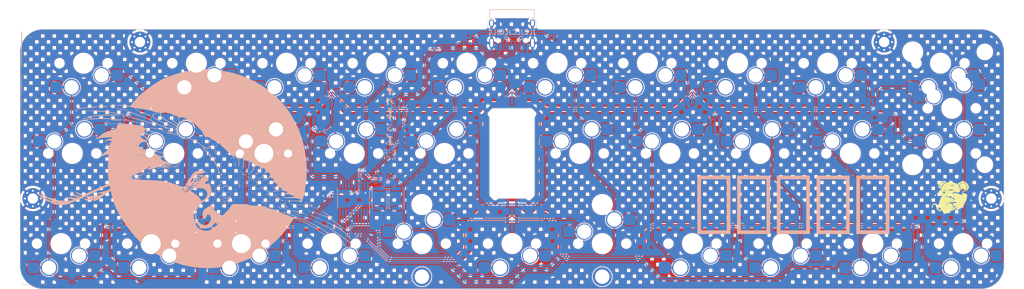
<source format=kicad_pcb>
(kicad_pcb (version 20221018) (generator pcbnew)
  (layers (0 "F.Cu" signal) (31 "B.Cu" signal) (34 "B.Paste" user) (35 "F.Paste" user) (36 "B.SilkS" user "B.Silkscreen") (37 "F.SilkS" user "F.Silkscreen") (38 "B.Mask" user) (39 "F.Mask" user) (44 "Edge.Cuts" user))
  (net 0 "")
  (net 1 "+3.3V")
  (net 2 "GND")
  (net 3 "Net-(D1-A1)")
  (net 4 "Net-(D1-A2)")
  (net 5 "r0")
  (net 6 "Net-(D2-A1)")
  (net 7 "Net-(D2-A2)")
  (net 8 "Net-(D3-A1)")
  (net 9 "Net-(D3-A2)")
  (net 10 "Net-(D4-A1)")
  (net 11 "Net-(D4-A2)")
  (net 12 "Net-(D5-A1)")
  (net 13 "Net-(D5-A2)")
  (net 14 "Net-(D6-A1)")
  (net 15 "Net-(D6-A2)")
  (net 16 "r1")
  (net 17 "Net-(D7-A1)")
  (net 18 "Net-(D7-A2)")
  (net 19 "Net-(D8-A1)")
  (net 20 "Net-(D8-A2)")
  (net 21 "Net-(D9-A1)")
  (net 22 "Net-(D9-A2)")
  (net 23 "Net-(D10-A1)")
  (net 24 "Net-(D10-A2)")
  (net 25 "Net-(D11-A1)")
  (net 26 "Net-(D11-A2)")
  (net 27 "r2")
  (net 28 "Net-(D12-A1)")
  (net 29 "Net-(D12-A2)")
  (net 30 "Net-(D13-A1)")
  (net 31 "Net-(D13-A2)")
  (net 32 "Net-(D14-A1)")
  (net 33 "Net-(D14-A2)")
  (net 34 "Net-(D15-A1)")
  (net 35 "Net-(D15-A2)")
  (net 38 "VCC")
  (net 39 "c0")
  (net 40 "c1")
  (net 41 "c2")
  (net 42 "c3")
  (net 43 "c4")
  (net 44 "c5")
  (net 45 "c6")
  (net 46 "c7")
  (net 47 "c8")
  (net 48 "c9")
  (net 49 "Net-(D16-A)")
  (net 50 "VBUS")
  (net 51 "CC1")
  (net 52 "PORT+")
  (net 53 "PORT-")
  (net 54 "CC2")
  (net 55 "r3")
  (net 56 "UDP")
  (net 57 "BOOT")
  (net 58 "RST")
  (net 59 "UDM")
  (footprint "apfellib:MX-HotswapSAFE_no_silk" (layer "F.Cu") (at 221.45625 95.25)
    (fp_text reference "MX19" hide)
    (fp_text value "MX_SW_HS")
  )
  (footprint "apfellib:MX-HotswapSAFE_no_silk" (layer "F.Cu") (at 159.54375 76.2 180)
    (fp_text reference "MX6" hide)
    (fp_text value "MX_SW_HS")
  )
  (footprint "apfellib:MX-HotswapSAFE_no_silk" (layer "F.Cu") (at 245.26875 114.3 180)
    (fp_text reference "MX30" hide)
    (fp_text value "MX_SW_HS")
  )
  (footprint "apfellib:MX-HotswapSAFE_no_silk" (layer "F.Cu") (at 150.01875 114.3 180)
    (fp_text reference "MX31" hide)
    (fp_text value "MX_SW_HS")
  )
  (footprint "apfellib:MX-HotswapSAFE_no_silk" (layer "F.Cu") (at 130.96875 114.3)
    (fp_text reference "MX25" hide)
    (fp_text value "MX_SW_HS")
  )
  (footprint "apfellib:MX-HotswapSAFE_no_silk" (layer "F.Cu") (at 164.30625 95.25)
    (fp_text reference "MX16" hide)
    (fp_text value "MX_SW_HS")
  )
  (footprint "LOGO" (layer "F.Cu") (at 242.88786 104.47749)
    (fp_text reference "G***" hide)
    (fp_text value "LOGO" hide)
  )
  (footprint "apfellib:MX-HotswapSAFE_no_silk" (layer "F.Cu") (at 202.40625 95.25)
    (fp_text reference "MX18" hide)
    (fp_text value "MX_SW_HS")
  )
  (footprint "apfellib:MX-HotswapSAFE_no_silk" (layer "F.Cu") (at 102.39375 76.2 180)
    (fp_text reference "MX3" hide)
    (fp_text value "MX_SW_HS")
  )
  (footprint "apfellib:MX-HotswapSAFE_no_silk" (layer "F.Cu") (at 140.49375 76.2 180)
    (fp_text reference "MX5" hide)
    (fp_text value "MX_SW_HS")
  )
  (footprint "apfellib:MX-HotswapSAFE_no_silk" (layer "F.Cu") (at 78.58125 95.25)
    (fp_text reference "MX12" hide)
    (fp_text value "MX_SW_HS")
  )
  (footprint "BeiBob:MountingHole_2.2mm_M2_Pad_Via_nosilk" (layer "F.Cu") (at 48.81561 104.775072)
    (fp_text reference "H3" hide)
    (fp_text value "MountingHole_Pad")
  )
  (footprint "apfellib:MX-HotswapSAFE_no_silk" (layer "F.Cu") (at 111.91875 114.3 180)
    (fp_text reference "MX24" hide)
    (fp_text value "MX_SW_HS")
  )
  (footprint "apfellib:MX-HotswapSAFE_no_silk" (layer "F.Cu") (at 73.81875 114.3 180)
    (fp_text reference "MX22" hide)
    (fp_text value "MX_SW_HS")
  )
  (footprint "apfellib:MX-HotswapSAFE_no_silk" (layer "F.Cu") (at 226.21875 114.3 180)
    (fp_text reference "MX29" hide)
    (fp_text value "MX_SW_HS")
  )
  (footprint "BeiBob:MountingHole_2.2mm_M2_Pad_Via_nosilk" (layer "F.Cu") (at 71.437542 71.735145)
    (fp_text reference "H1" hide)
    (fp_text value "MountingHole_Pad")
  )
  (footprint "apfellib:MX-HotswapSAFE_no_silk" (layer "F.Cu") (at 183.35625 95.25)
    (fp_text reference "MX17" hide)
    (fp_text value "MX_SW_HS")
  )
  (footprint "apfellib:MX-HotswapSAFE_no_silk" (layer "F.Cu") (at 135.73125 95.25)
    (fp_text reference "MX15" hide)
    (fp_text value "MX_SW_HS")
  )
  (footprint "apfellib:MX-HotswapSAFE_no_silk" (layer "F.Cu") (at 54.76875 114.3 180)
    (fp_text reference "MX21" hide)
    (fp_text value "MX_SW_HS")
  )
  (footprint "apfellib:MX-HotswapSAFE_no_silk" (layer "F.Cu") (at 188.11875 114.3 180)
    (fp_text reference "MX27" hide)
    (fp_text value "MX_SW_HS")
  )
  (footprint "apfellib:MX-HotswapSAFE_no_silk" (layer "F.Cu") (at 178.59375 76.2 180)
    (fp_text reference "MX7" hide)
    (fp_text value "MX_SW_HS")
  )
  (footprint "apfellib:MX-HotswapSAFE_no_silk" (layer "F.Cu") (at 169.06875 114.3)
    (fp_text reference "MX26" hide)
    (fp_text value "MX_SW_HS")
  )
  (footprint "apfellib:MX-HotswapSAFE_no_silk" (layer "F.Cu") (at 242.8875 95.25)
    (fp_text reference "MX20" hide)
    (fp_text value "MX_SW_HS")
  )
  (footprint "PCM_marbastlib-mx:STAB_MX_ISO-ROT" (layer "F.Cu") (at 242.8875 85.725)
    (fp_text reference "S2" hide)
    (fp_text value "MX_stab")
  )
  (footprint "apfellib:MX-HotswapSAFE_no_silk" (layer "F.Cu") (at 121.44375 76.2 180)
    (fp_text reference "MX4" hide)
    (fp_text value "MX_SW_HS")
  )
  (footprint "apfellib:MX-HotswapSAFE_no_silk" (layer "F.Cu") (at 242.8875 85.725)
    (fp_text reference "MX32" hide)
    (fp_text value "MX_SW_HS")
  )
  (footprint "apfellib:MX-HotswapSAFE_no_silk" (layer "F.Cu") (at 116.68125 95.25)
    (fp_text reference "MX14" hide)
    (fp_text value "MX_SW_HS")
  )
  (footprint "apfellib:MX-HotswapSAFE_no_silk" (layer "F.Cu") (at 92.86875 114.3 180)
    (fp_text reference "MX23" hide)
    (fp_text value "MX_SW_HS")
  )
  (footprint "BeiBob:MountingHole_2.2mm_M2_Pad_Via_nosilk" (layer "F.Cu") (at 228.600438 71.735145)
    (fp_text reference "H2" hide)
    (fp_text value "MountingHole_Pad")
  )
  (footprint "BeiBob:MountingHole_2.2mm_M2_Pad_Via_nosilk" (layer "F.Cu") (at 251.22237 104.775072)
    (fp_text reference "H4" hide)
    (fp_text value "MountingHole_Pad")
  )
  (footprint "apfellib:MX-HotswapSAFE_no_silk" (layer "F.Cu") (at 59.53125 76.2 180)
    (fp_text reference "MX1" hide)
    (fp_text value "MX_SW_HS")
  )
  (footprint "apfellib:MX-HotswapSAFE_no_silk" (layer "F.Cu") (at 207.16875 114.3 180)
    (fp_text reference "MX28" hide)
    (fp_text value "MX_SW_HS")
  )
  (footprint "apfellib:MX-HotswapSAFE_no_silk" (layer "F.Cu") (at 240.50625 76.2 180)
    (fp_text reference "MX10" hide)
    (fp_text value "MX_SW_HS")
  )
  (footprint "apfellib:MX-HotswapSAFE_no_silk" (layer "F.Cu") (at 83.34375 76.2 180)
    (fp_text reference "MX2" hide)
    (fp_text value "MX_SW_HS")
  )
  (footprint "PCM_marbastlib-mx:STAB_MX_P_3u" (layer "F.Cu") (at 150.01875 114.3 180)
    (fp_text reference "S1" hide)
    (fp_text value "MX_stab")
  )
  (footprint "apfellib:MX-HotswapSAFE_no_silk" (layer "F.Cu") (at 57.15 95.25)
    (fp_text reference "MX11" hide)
    (fp_text value "MX_SW_HS")
  )
  (footprint "apfellib:MX-HotswapSAFE_no_silk" (layer "F.Cu") (at 197.64375 76.2 180)
    (fp_text reference "MX8" hide)
    (fp_text value "MX_SW_HS")
  )
  (footprint "apfellib:MX-HotswapSAFE_no_silk" (layer "F.Cu") (at 97.63125 95.25)
    (fp_text reference "MX13" hide)
    (fp_text value "MX_SW_HS")
  )
  (footprint "apfellib:MX-HotswapSAFE_no_silk" (layer "F.Cu") (at 216.69375 76.2 180)
    (fp_text reference "MX9" hide)
    (fp_text value "MX_SW_HS")
  )
  (footprint "Capacitor_SMD:C_0402_1005Metric" (layer "B.Cu") (at 121.328539 100.012584)
    (fp_text reference "C1" hide)
    (fp_text value "100nF")
  )
  (footprint "Package_TO_SOT_SMD:SOT-23-6" (layer "B.Cu") (at 126.20625 85.725 90)
    (fp_text reference "U2" hide)
    (fp_text value "USBLC6-2SC6")
  )
  (footprint "LOGO" (layer "B.Cu") (at 87.628636 96.320075 180)
    (fp_text reference "tsuru" hide)
    (fp_text value "LOGO" hide)
  )
  (footprint "BeiBob:apfel_SOT-23_silkless" (layer "B.Cu") (at 64.29375 111.91875 -90)
    (fp_text reference "D11" hide)
    (fp_text value "BAV70_Small")
  )
  (footprint "BeiBob:apfel_SOT-23_silkless" (layer "B.Cu") (at 235.74375 111.91875 -90)
    (fp_text reference "D15" hide)
    (fp_text value "BAV70_Small")
  )
  (footprint "BeiBob:apfel_SOT-23_silkless" (layer "B.Cu") (at 197.64375 111.91875 -90)
    (fp_text reference "D14" hide)
    (fp_text value "BAV70_Small")
  )
  (footprint "Button_Switch_SMD:SW_Push_SPST_NO_Alps_SKRK" (layer "B.Cu") (at 122.039165 104.775088 90)
    (fp_text reference "SW2" hide)
    (fp_text value "RESET")
  )
  (footprint "BeiBob:apfel_SOT-23_silkless" (layer "B.Cu") (at 230.98125 89.296875 -90)
    (fp_text reference "D10" hide)
    (fp_text value "BAV70_Small")
  )
  (footprint "Button_Switch_SMD:SW_Push_SPST_NO_Alps_SKRK" (layer "B.Cu") (at 125.611043 104.77375 90)
    (fp_text reference "SW1" hide)
    (fp_text value "BOOT")
  )
  (footprint "BeiBob:apfel_SOT-23_silkless" (layer "B.Cu") (at 150.01875 83.34375 -90)
    (fp_text reference "D3" hide)
    (fp_text value "BAV70_Small")
  )
  (footprint "Resistor_SMD:R_0402_1005Metric" (layer "B.Cu") (at 158.353125 70.842247)
    (fp_text reference "R2" hide)
    (fp_text value "5.1k")
  )
  (footprint "BeiBob:apfel_SOT-23_silkless" (layer "B.Cu") (at 192.88125 89.296875 -90)
    (fp_text reference "D9" hide)
    (fp_text value "BAV70_Small")
  )
  (footprint "BeiBob:apfel_SOT-23_silkless" (layer "B.Cu") (at 69.05625 89.296875 -90)
    (fp_text reference "D6" hide)
    (fp_text value "BAV70_Small")
  )
  (footprint "BeiBob:apfel_SOT-23_silkless" (layer "B.Cu") (at 107.15625 89.296875 -90)
    (fp_text reference "D7" hide)
    (fp_text value "BAV70_Small")
  )
  (footprint "Resistor_SMD:R_0402_1005Metric" (layer "B.Cu") (at 141.684494 70.842247 180)
    (fp_text reference "R1" hide)
    (fp_text value "5.1k")
  )
  (footprint "BeiBob:apfel_SOT-23_silkless" (layer "B.Cu") (at 226.21875 83.34375 -90)
    (fp_text reference "D5" hide)
    (fp_text value "BAV70_Small")
  )
  (footprint "Diode_SMD:D_0402_1005Metric" (layer "B.Cu") (at 139.303242 72.032873)
    (fp_text reference "D16" hide)
    (fp_text value "PMEG2010EA")
  )
  (footprint "BeiBob:apfel_SOT-23_silkless" (layer "B.Cu") (at 150.01875 106.694977 -90)
    (fp_text reference "D8" hide)
    (fp_text value "BAV70_Small")
  )
  (footprint "BeiBob:apfel_SOT-23_silkless" (layer "B.Cu") (at 188.11875 83.34375 -90)
    (fp_text reference "D4" hide)
    (fp_text value "BAV70_Small")
  )
  (footprint "BeiBob:apfel_SOT-23_silkless" (layer "B.Cu") (at 111.91875 83.34375 -90)
    (fp_text reference "D2" hide)
    (fp_text value "BAV70_Small")
  )
  (footprint "Resistor_SMD:R_0402_1005Metric" (layer "B.Cu") (at 124.420417 100.012584)
    (fp_text reference "R3" hide)
    (fp_text value "10k")
  )
  (footprint "Capacitor_SMD:C_0402_1005Metric" (layer "B.Cu") (at 121.328539 101.20321)
    (fp_text reference "C2" hide)
    (fp_text value "100nF")
  )
  (footprint "Connector_USB:USB_C_Receptacle_HRO_TYPE-C-31-M-12" (layer "B.Cu") (at 150.01875 68.7975)
    (fp_text reference "J1" hide)
    (fp_text value "USB_C_Receptacle_USB2.0")
  )
  (footprint "BeiBob:apfel_SOT-23_silkless" (layer "B.Cu") (at 73.81875 83.34375 -90)
    (fp_text reference "D1" hide)
    (fp_text value "BAV70_Small")
  )
  (footprint "Package_SO:TSSOP-20_4.4x6.5mm_P0.65mm" (layer "B.Cu") (at 116.551875 104.775 90)
    (fp_text reference "U1" hide)
    (fp_text value "~")
  )
  (footprint "Fuse:Fuse_0402_1005Metric" (layer "B.Cu") (at 141.684494 72.032873)
    (fp_text reference "F1" hide)
    (fp_text value "500mA")
  )
  (footprint "BeiBob:apfel_SOT-23_silkless" (layer "B.Cu") (at 102.39375 111.91875 -90)
    (fp_text reference "D12" hide)
    (fp_text value "BAV70_Small")
  )
  (footprint "BeiBob:apfel_SOT-23_silkless" (layer "B.Cu") (at 150.01875 110.136231 -90)
    (fp_text reference "D13" hide)
    (fp_text value "BAV70_Small")
  )
  (gr_line (start 155.079167 68.306236) (end 155.079163 67.424972) (stroke (width 0.1)) (layer "Edge.Cuts"))
  (gr_arc (start 144.958821 68.306232) (mid 144.739154 68.836555) (end 144.208821 69.056232) (stroke (width 0.1)) (layer "Edge.Cuts"))
  (gr_arc (start 46.136697 73.81884) (mid 47.531604 70.451248) (end 50.899197 69.05634) (stroke (width 0.1)) (layer "Edge.Cuts"))
  (gr_arc (start 145.705193 85.871454) (mid 145.867405 85.763067) (end 146.058746 85.725008) (stroke (width 0.1)) (layer "Edge.Cuts"))
  (gr_arc (start 146.800505 105.016769) (mid 146.446958 105.16318) (end 146.093391 105.016776) (stroke (width 0.1)) (layer "Edge.Cuts"))
  (gr_arc (start 154.781334 87.718054) (mid 154.819391 87.526709) (end 154.927781 87.3645) (stroke (width 0.1)) (layer "Edge.Cuts"))
  (gr_arc (start 145.109879 87.3645) (mid 145.218275 87.526709) (end 145.256326 87.718054) (stroke (width 0.1)) (layer "Edge.Cuts"))
  (gr_line (start 155.023093 86.56208) (end 154.332467 85.871454) (stroke (width 0.1)) (layer "Edge.Cuts"))
  (gr_arc (start 155.023093 86.56208) (mid 155.169562 86.915638) (end 155.023094 87.269187) (stroke (width 0.1)) (layer "Edge.Cuts"))
  (gr_arc (start 153.944262 105.016783) (mid 153.590699 105.163289) (end 153.237155 105.016784) (stroke (width 0.1)) (layer "Edge.Cuts"))
  (gr_arc (start 146.895816 104.921454) (mid 147.058028 104.813052) (end 147.249378 104.775001) (stroke (width 0.1)) (layer "Edge.Cuts"))
  (gr_line (start 144.958821 67.424976) (end 144.958821 68.306232) (stroke (width 0.1)) (layer "Edge.Cuts"))
  (gr_arc (start 154.781334 103.972604) (mid 154.743287 104.163953) (end 154.634888 104.326157) (stroke (width 0.1)) (layer "Edge.Cuts"))
  (gr_line (start 153.141841 104.92147) (end 153.237155 105.016784) (stroke (width 0.1)) (layer "Edge.Cuts"))
  (gr_line (start 154.329163 66.674976) (end 145.708821 66.674976) (stroke (width 0.1)) (layer "Edge.Cuts"))
  (gr_arc (start 145.402772 104.326157) (mid 145.294409 104.163935) (end 145.256326 103.972604) (stroke (width 0.1)) (layer "Edge.Cuts"))
  (gr_line (start 145.109879 87.3645) (end 145.014566 87.269187) (stroke (width 0.1)) (layer "Edge.Cuts"))
  (gr_line (start 145.256326 103.972604) (end 145.256326 87.718054) (stroke (width 0.1)) (layer "Edge.Cuts"))
  (gr_arc (start 50.899197 123.825108) (mid 47.531612 122.430193) (end 46.136697 119.062608) (stroke (width 0.1)) (layer "Edge.Cuts"))
  (gr_line (start 146.093391 105.016776) (end 145.402772 104.326157) (stroke (width 0.1)) (layer "Edge.Cuts"))
  (gr_line (start 154.781334 87.718054) (end 154.781334 103.972604) (stroke (width 0.1)) (layer "Edge.Cuts"))
  (gr_line (start 145.014567 86.56208) (end 145.705193 85.871454) (stroke (width 0.1)) (layer "Edge.Cuts"))
  (gr_line (start 46.136697 119.062608) (end 46.136697 73.81884) (stroke (width 0.1)) (layer "Edge.Cuts"))
  (gr_line (start 253.901775 73.818732) (end 253.901283 119.0625) (stroke (width 0.1)) (layer "Edge.Cuts"))
  (gr_line (start 50.899197 69.05634) (end 144.208821 69.056232) (stroke (width 0.1)) (layer "Edge.Cuts"))
  (gr_arc (start 155.829167 69.056232) (mid 155.29885 68.83656) (end 155.079167 68.306236) (stroke (width 0.1)) (layer "Edge.Cuts"))
  (gr_line (start 249.138783 123.825) (end 50.899197 123.825108) (stroke (width 0.1)) (layer "Edge.Cuts"))
  (gr_line (start 146.895816 104.921454) (end 146.800505 105.016769) (stroke (width 0.1)) (layer "Edge.Cuts"))
  (gr_arc (start 145.014566 87.269187) (mid 144.868118 86.915638) (end 145.014567 86.56208) (stroke (width 0.1)) (layer "Edge.Cuts"))
  (gr_arc (start 152.788289 104.775023) (mid 152.979629 104.813086) (end 153.141841 104.92147) (stroke (width 0.1)) (layer "Edge.Cuts"))
  (gr_line (start 152.788289 104.775023) (end 147.249378 104.775001) (stroke (width 0.1)) (layer "Edge.Cuts"))
  (gr_line (start 155.829167 69.056232) (end 249.139275 69.056232) (stroke (width 0.1)) (layer "Edge.Cuts"))
  (gr_arc (start 144.958821 67.424976) (mid 145.178485 66.894645) (end 145.708821 66.674976) (stroke (width 0.1)) (layer "Edge.Cuts"))
  (gr_line (start 154.927781 87.3645) (end 155.023094 87.269187) (stroke (width 0.1)) (layer "Edge.Cuts"))
  (gr_arc (start 153.978914 85.725008) (mid 154.170255 85.763072) (end 154.332467 85.871454) (stroke (width 0.1)) (layer "Edge.Cuts"))
  (gr_line (start 153.944262 105.016783) (end 154.634888 104.326157) (stroke (width 0.1)) (layer "Edge.Cuts"))
  (gr_arc (start 249.139275 69.056232) (mid 252.506907 70.451106) (end 253.901775 73.818732) (stroke (width 0.1)) (layer "Edge.Cuts"))
  (gr_line (start 146.058746 85.725008) (end 153.978914 85.725008) (stroke (width 0.1)) (layer "Edge.Cuts"))
  (gr_arc (start 253.901283 119.0625) (mid 252.506333 122.430037) (end 249.138783 123.825) (stroke (width 0.1)) (layer "Edge.Cuts"))
  (gr_arc (start 154.329163 66.674976) (mid 154.85949 66.894642) (end 155.079163 67.424972) (stroke (width 0.1)) (layer "Edge.Cuts"))
  (gr_text "JLCJLCJLCJLC" (at 150.018876 69.651621) (layer "B.SilkS") (effects (font (size 1 1)) (justify mirror)))
  (gr_text "おんがえし" (at 209.428636 105.630075) (layer "B.SilkS") (effects (font (size 10 10) (thickness 2.5)) (justify mirror)))
  (segment (start 119.476875 101.9125) (end 120.186165 101.20321) (width 0.25) (layer "B.Cu") (net 1))
  (segment (start 120.239463 102.675088) (end 122.039165 102.675088) (width 0.25) (layer "B.Cu") (net 1))
  (segment (start 125.609705 102.675088) (end 125.611043 102.67375) (width 0.25) (layer "B.Cu") (net 1))
  (segment (start 119.476875 101.9125) (end 120.239463 102.675088) (width 0.25) (layer "B.Cu") (net 1))
  (segment (start 122.039165 102.675088) (end 125.609705 102.675088) (width 0.25) (layer "B.Cu") (net 1))
  (segment (start 120.186165 101.20321) (end 120.848539 101.20321) (width 0.25) (layer "B.Cu") (net 1))
  (via (at 110.132905 104.179775) (size 0.5) (drill 0.3) (layers "F.Cu" "B.Cu") (net 2))
  (via (at 120.253226 94.059454) (size 0.5) (drill 0.3) (layers "F.Cu" "B.Cu") (net 2))
  (via (at 100.607851 95.250016) (size 0.5) (drill 0.3) (layers "F.Cu" "B.Cu") (net 2))
  (via (at 118.467287 100.607897) (size 0.5) (drill 0.3) (layers "F.Cu" "B.Cu") (net 2))
  (via (at 105.370401 105.370401) (size 0.5) (drill 0.3) (layers "F.Cu" "B.Cu") (net 2))
  (via (at 139.06875 110.31) (size 0.5) (drill 0.3) (layers "F.Cu" "B.Cu") (net 2))
  (via (at 127.992295 114.300096) (size 0.5) (drill 0.3) (layers "F.Cu" "B.Cu") (net 2))
  (via (at 119.0626 103.584462) (size 0.5) (drill 0.3) (layers "F.Cu" "B.Cu") (net 2))
  (via (at 102.989149 105.370401) (size 0.5) (drill 0.3) (layers "F.Cu" "B.Cu") (net 2))
  (via (at 116.226875 109.537592) (size 0.5) (drill 0.3) (layers "F.Cu" "B.Cu") (net 2))
  (segment (start 154.33875 71.9975) (end 154.20875 71.9975) (width 0.25) (layer "B.Cu") (net 2))
  (segment (start 145.82875 71.9975) (end 146.66875 72.8375) (width 0.25) (layer "B.Cu") (net 2))
  (segment (start 126.20625 86.8625) (end 126.20625 86.320279) (width 0.25) (layer "B.Cu") (net 2))
  (segment (start 145.69875 71.9975) (end 145.82875 71.9975) (width 0.25) (layer "B.Cu") (net 2))
  (segment (start 154.20875 71.9975) (end 153.36875 72.8375) (width 0.25) (layer "B.Cu") (net 2))
  (segment (start 125.611043 85.725072) (end 125.01573 85.725072) (width 0.25) (layer "B.Cu") (net 2))
  (segment (start 126.20625 86.320279) (end 125.611043 85.725072) (width 0.25) (layer "B.Cu") (net 2))
  (segment (start 69.2025 78.74) (end 63.34125 78.74) (width 0.25) (layer "B.Cu") (net 3))
  (segment (start 72.86875 82.40625) (end 69.2025 78.74) (width 0.25) (layer "B.Cu") (net 3))
  (segment (start 75.895 81.28) (end 80.80375 81.28) (width 0.25) (layer "B.Cu") (net 4))
  (segment (start 74.76875 82.40625) (end 75.895 81.28) (width 0.25) (layer "B.Cu") (net 4))
  (segment (start 115.490625 85.725) (end 142.875 85.725) (width 0.25) (layer "F.Cu") (net 5))
  (segment (start 147.6375 84.534375) (end 150.01875 82.153125) (width 0.25) (layer "F.Cu") (net 5))
  (segment (start 184.546875 85.725) (end 157.1625 85.725) (width 0.25) (layer "F.Cu") (net 5))
  (segment (start 155.971875 84.534375) (end 152.4 84.534375) (width 0.25) (layer "F.Cu") (net 5))
  (segment (start 142.875 85.725) (end 144.065625 84.534375) (width 0.25) (layer "F.Cu") (net 5))
  (segment (start 152.4 84.534375) (end 150.01875 82.153125) (width 0.25) (layer "F.Cu") (net 5))
  (segment (start 157.1625 85.725) (end 155.971875 84.534375) (width 0.25) (layer "F.Cu") (net 5))
  (segment (start 144.065625 84.534375) (end 147.6375 84.534375) (width 0.25) (layer "F.Cu") (net 5))
  (segment (start 111.91875 82.153125) (end 108.346875 85.725) (width 0.25) (layer "F.Cu") (net 5))
  (segment (start 111.91875 82.153125) (end 115.490625 85.725) (width 0.25) (layer "F.Cu") (net 5))
  (segment (start 226.21875 85.725) (end 191.690625 85.725) (width 0.25) (layer "F.Cu") (net 5))
  (segment (start 188.11875 82.153125) (end 184.546875 85.725) (width 0.25) (layer "F.Cu") (net 5))
  (segment (start 108.346875 85.725) (end 73.81875 85.725) (width 0.25) (layer "F.Cu") (net 5))
  (segment (start 191.690625 85.725) (end 188.11875 82.153125) (width 0.25) (layer "F.Cu") (net 5))
  (via (at 226.21875 85.725) (size 0.5) (drill 0.3) (layers "F.Cu" "B.Cu") (net 5))
  (via (at 73.81875 85.725) (size 0.5) (drill 0.3) (layers "F.Cu" "B.Cu") (net 5))
  (via (at 150.01875 82.153125) (size 0.5) (drill 0.3) (layers "F.Cu" "B.Cu") (net 5))
  (via (at 188.11875 82.153125) (size 0.5) (drill 0.3) (layers "F.Cu" "B.Cu") (net 5))
  (via (at 111.91875 82.153125) (size 0.5) (drill 0.3) (layers "F.Cu" "B.Cu") (net 5))
  (segment (start 107.60625 99.189702) (end 108.124445 99.707897) (width 0.25) (layer "B.Cu") (net 5))
  (segment (start 73.81875 84.28125) (end 73.81875 85.725) (width 0.25) (layer "B.Cu") (net 5))
  (segment (start 113.482262 99.707897) (end 114.926875 101.15251) (width 0.25) (layer "B.Cu") (net 5))
  (segment (start 110.20875 90.86) (end 108.58875 90.86) (width 0.25) (layer "B.Cu") (net 5))
  (segment (start 114.926875 101.15251) (end 114.926875 101.9125) (width 0.25) (layer "B.Cu") (net 5))
  (segment (start 108.124445 99.707897) (end 113.482262 99.707897) (width 0.25) (layer "B.Cu") (net 5))
  (segment (start 108.58875 90.86) (end 107.60625 91.8425) (width 0.25) (layer "B.Cu") (net 5))
  (segment (start 111.91875 84.28125) (end 111.91875 89.15) (width 0.25) (layer "B.Cu") (net 5))
  (segment (start 107.60625 91.8425) (end 107.60625 99.189702) (width 0.25) (layer "B.Cu") (net 5))
  (segment (start 150.01875 82.153125) (end 150.01875 84.28125) (width 0.25) (layer "B.Cu") (net 5))
  (segment (start 111.91875 84.28125) (end 111.91875 82.153125) (width 0.25) (layer "B.Cu") (net 5))
  (segment (start 226.21875 84.28125) (end 226.21875 85.725) (width 0.25) (layer "B.Cu") (net 5))
  (segment (start 111.91875 89.15) (end 110.20875 90.86) (width 0.25) (layer "B.Cu") (net 5))
  (segment (start 188.11875 84.28125) (end 188.11875 82.153125) (width 0.25) (layer "B.Cu") (net 5))
  (segment (start 109.47875 78.74) (end 106.20375 78.74) (width 0.25) (layer "B.Cu") (net 6))
  (segment (start 110.96875 82.40625) (end 110.96875 80.23) (width 0.25) (layer "B.Cu") (net 6))
  (segment (start 110.96875 80.23) (end 109.47875 78.74) (width 0.25) (layer "B.Cu") (net 6))
  (segment (start 113.995 81.28) (end 118.90375 81.28) (width 0.25) (layer "B.Cu") (net 7))
  (segment (start 112.86875 82.40625) (end 113.995 81.28) (width 0.25) (layer "B.Cu") (net 7))
  (segment (start 149.06875 80.23) (end 147.57875 78.74) (width 0.25) (layer "B.Cu") (net 8))
  (segment (start 147.57875 78.74) (end 144.30375 78.74) (width 0.25) (layer "B.Cu") (net 8))
  (segment (start 149.06875 82.40625) (end 149.06875 80.23) (width 0.25) (layer "B.Cu") (net 8))
  (segment (start 152.095 81.28) (end 157.00375 81.28) (width 0.25) (layer "B.Cu") (net 9))
  (segment (start 150.96875 82.40625) (end 152.095 81.28) (width 0.25) (layer "B.Cu") (net 9))
  (segment (start 187.16875 82.40625) (end 187.16875 80.23) (width 0.25) (layer "B.Cu") (net 10))
  (segment (start 187.16875 80.23) (end 185.67875 78.74) (width 0.25) (layer "B.Cu") (net 10))
  (segment (start 185.67875 78.74) (end 182.40375 78.74) (width 0.25) (layer "B.Cu") (net 10))
  (segment (start 190.195 81.28) (end 195.10375 81.28) (width 0.25) (layer "B.Cu") (net 11))
  (segment (start 189.06875 82.40625) (end 190.195 81.28) (width 0.25) (layer "B.Cu") (net 11))
  (segment (start 225.26875 82.40625) (end 225.26875 80.23) (width 0.25) (layer "B.Cu") (net 12))
  (segment (start 223.77875 78.74) (end 220.50375 78.74) (width 0.25) (layer "B.Cu") (net 12))
  (segment (start 225.26875 80.23) (end 223.77875 78.74) (width 0.25) (layer "B.Cu") (net 12))
  (segment (start 227.16875 82.40625) (end 228.295 81.28) (width 0.25) (layer "B.Cu") (net 13))
  (segment (start 228.295 81.28) (end 237.96625 81.28) (width 0.25) (layer "B.Cu") (net 13))
  (segment (start 68.10625 88.359375) (end 66.295625 90.17) (width 0.25) (layer "B.Cu") (net 14))
  (segment (start 66.295625 90.17) (end 59.69 90.17) (width 0.25) (layer "B.Cu") (net 14))
  (segment (start 74.77125 92.71) (end 71.49625 92.71) (width 0.25) (layer "B.Cu") (net 15))
  (segment (start 70.00625 88.359375) (end 70.00625 91.22) (width 0.25) (layer "B.Cu") (net 15))
  (segment (start 70.00625 91.22) (end 71.49625 92.71) (width 0.25) (layer "B.Cu") (net 15))
  (segment (start 108.533271 86.175) (end 111.91875 82.789521) (width 0.25) (layer "F.Cu") (net 16))
  (segment (start 157.1625 86.915625) (end 155.971875 88.10625) (width 0.25) (layer "F.Cu") (net 16))
  (segment (start 230.98125 86.915625) (end 226.21875 86.915625) (width 0.25) (layer "F.Cu") (net 16))
  (segment (start 74.26875 86.915625) (end 69.05625 86.915625) (width 0.25) (layer "F.Cu") (net 16))
  (segment (start 155.971875 104.775) (end 153.590625 107.15625) (width 0.25) (layer "F.Cu") (net 16))
  (segment (start 225.478125 86.175) (end 225.028125 86.175) (width 0.25) (layer "F.Cu") (net 16))
  (segment (start 188.11875 82.789521) (end 184.733271 86.175) (width 0.25) (layer "F.Cu") (net 16))
  (segment (start 226.21875 86.915625) (end 225.478125 86.175) (width 0.25) (layer "F.Cu") (net 16))
  (segment (start 115.304229 86.175) (end 143.061396 86.175) (width 0.25) (layer "F.Cu") (net 16))
  (segment (start 144.065625 88.10625) (end 144.065625 104.775) (width 0.25) (layer "F.Cu") (net 16))
  (segment (start 194.071875 86.175) (end 193.621875 86.175) (width 0.25) (layer "F.Cu") (net 16))
  (segment (start 106.415625 86.175) (end 105.965625 86.175) (width 0.25) (layer "F.Cu") (net 16))
  (segment (start 147.6375 105.965625) (end 150.01875 105.965625) (width 0.25) (layer "F.Cu") (net 16))
  (segment (start 107.15625 86.915625) (end 107.896875 86.175) (width 0.25) (layer "F.Cu") (net 16))
  (segment (start 191.504229 86.175) (end 188.11875 82.789521) (width 0.25) (layer "F.Cu") (net 16))
  (segment (start 192.140625 86.175) (end 191.504229 86.175) (width 0.25) (layer "F.Cu") (net 16))
  (segment (start 184.733271 86.175) (end 156.976104 86.175) (width 0.25) (layer "F.Cu") (net 16))
  (segment (start 142.875 86.915625) (end 144.065625 88.10625) (width 0.25) (layer "F.Cu") (net 16))
  (segment (start 144.065625 104.775) (end 146.446875 107.15625) (width 0.25) (layer "F.Cu") (net 16))
  (segment (start 107.15625 86.915625) (end 106.415625 86.175) (width 0.25) (layer "F.Cu") (net 16))
  (segment (start 153.590625 107.15625) (end 152.4 105.965625) (width 0.25) (layer "F.Cu") (net 16))
  (segment (start 156.976104 86.175) (end 156.526104 85.725) (width 0.25) (layer "F.Cu") (net 16))
  (segment (start 156.526104 85.725) (end 155.971875 85.725) (width 0.25) (layer "F.Cu") (net 16))
  (segment (start 111.91875 82.789521) (end 115.304229 86.175) (width 0.25) (layer "F.Cu") (net 16))
  (segment (start 105.965625 86.175) (end 75.459375 86.175) (width 0.25) (layer "F.Cu") (net 16))
  (segment (start 192.88125 86.915625) (end 192.140625 86.175) (width 0.25) (layer "F.Cu") (net 16))
  (segment (start 75.459375 86.175) (end 75.009375 86.175) (width 0.25) (layer "F.Cu") (net 16))
  (segment (start 225.028125 86.175) (end 194.521875 86.175) (width 0.25) (layer "F.Cu") (net 16))
  (segment (start 144.065625 85.725) (end 142.875 86.915625) (width 0.25) (layer "F.Cu") (net 16))
  (segment (start 107.896875 86.175) (end 108.533271 86.175) (width 0.25) (layer "F.Cu") (net 16))
  (segment (start 194.521875 86.175) (end 194.071875 86.175) (width 0.25) (layer "F.Cu") (net 16))
  (segment (start 155.971875 85.725) (end 157.1625 86.915625) (width 0.25) (layer "F.Cu") (net 16))
  (segment (start 152.4 105.965625) (end 150.01875 105.965625) (width 0.25) (layer "F.Cu") (net 16))
  (segment (start 193.621875 86.175) (end 192.88125 86.915625) (width 0.25) (layer "F.Cu") (net 16))
  (segment (start 155.971875 88.10625) (end 155.971875 104.775) (width 0.25) (layer "F.Cu") (net 16))
  (segment (start 143.061396 86.175) (end 143.511396 85.725) (width 0.25) (layer "F.Cu") (net 16))
  (segment (start 75.009375 86.175) (end 74.26875 86.915625) (width 0.25) (layer "F.Cu") (net 16))
  (segment (start 146.446875 107.15625) (end 147.6375 105.965625) (width 0.25) (layer "F.Cu") (net 16))
  (segment (start 143.511396 85.725) (end 144.065625 85.725) (width 0.25) (layer "F.Cu") (net 16))
  (via (at 192.88125 86.915625) (size 0.5) (drill 0.3) (layers "F.Cu" "B.Cu") (net 16))
  (via (at 69.05625 86.915625) (size 0.5) (drill 0.3) (layers "F.Cu" "B.Cu") (net 16))
  (via (at 230.98125 86.915625) (size 0.5) (drill 0.3) (layers "F.Cu" "B.Cu") (net 16))
  (via (at 150.01875 105.965625) (size 0.5) (drill 0.3) (layers "F.Cu" "B.Cu") (net 16))
  (via (at 107.15625 86.915625) (size 0.5) (drill 0.3) (layers "F.Cu" "B.Cu") (net 16))
  (segment (start 114.300096 101.935721) (end 114.276875 101.9125) (width 0.25) (layer "B.Cu") (net 16))
  (segment (start 107.15625 90.234375) (end 107.15625 99.376098) (width 0.25) (layer "B.Cu") (net 16))
  (segment (start 192.88125 90.234375) (end 192.88125 86.915625) (width 0.25) (layer "B.Cu") (net 16))
  (segment (start 113.295866 100.157897) (end 114.276875 101.138906) (width 0.25) (layer "B.Cu") (net 16))
  (segment (start 107.15625 90.234375) (end 107.15625 86.915625) (width 0.25) (layer "B.Cu") (net 16))
  (segment (start 107.938049 100.157897) (end 113.295866 100.157897) (width 0.25) (layer "B.Cu") (net 16))
  (segment (start 107.15625 99.376098) (end 107.938049 100.157897) (width 0.25) (layer "B.Cu") (net 16))
  (segment (start 69.05625 86.915625) (end 69.05625 90.234375) (width 0.25) (layer "B.Cu") (net 16))
  (segment (start 150.01875 107.632477) (end 150.01875 105.965625) (width 0.25) (layer "B.Cu") (net 16))
  (segment (start 230.98125 90.234375) (end 230.98125 86.915625) (width 0.25) (layer "B.Cu") (net 16))
  (segment (start 114.276875 101.138906) (end 114.276875 101.9125) (width 0.25) (layer "B.Cu") (net 16))
  (segment (start 106.20625 88.359375) (end 104.395625 90.17) (width 0.25) (layer "B.Cu") (net 17))
  (segment (start 104.395625 90.17) (end 100.17125 90.17) (width 0.25) (layer "B.Cu") (net 17))
  (segment (start 108.28875 90.01) (end 109.003134 90.724383) (width 0.25) (layer "F.Cu") (net 18))
  (segment (start 109.003134 90.724383) (end 109.835295 89.892222) (width 0.25) (layer "F.Cu") (net 18))
  (segment (start 109.835295 89.892222) (end 110.728266 90.785193) (width 0.25) (layer "F.Cu") (net 18))
  (segment (start 111.621237 89.892222) (end 112.87125 91.142235) (width 0.25) (layer "F.Cu") (net 18))
  (segment (start 112.87125 91.142235) (end 112.87125 92.71) (width 0.25) (layer "F.Cu") (net 18))
  (segment (start 110.728266 90.785193) (end 111.621237 89.892222) (width 0.25) (layer "F.Cu") (net 18))
  (via (at 108.28875 90.01) (size 0.8) (drill 0.4) (layers "F.Cu" "B.Cu") (net 18))
  (segment (start 108.10625 88.359375) (end 108.10625 89.8275) (width 0.25) (layer "B.Cu") (net 18))
  (segment (start 108.10625 89.8275) (end 108.28875 90.01) (width 0.25) (layer "B.Cu") (net 18))
  (segment (start 148.828125 105.965625) (end 144.065625 105.965625) (width 0.25) (layer "B.Cu") (net 19))
  (segment (start 142.875 104.775) (end 142.875 91.47175) (width 0.25) (layer "B.Cu") (net 19))
  (segment (start 149.036273 105.757477) (end 148.828125 105.965625) (width 0.25) (layer "B.Cu") (net 19))
  (segment (start 144.065625 105.965625) (end 142.875 104.775) (width 0.25) (layer "B.Cu") (net 19))
  (segment (start 142.875 91.47175) (end 141.57325 90.17) (width 0.25) (layer "B.Cu") (net 19))
  (segment (start 141.57325 90.17) (end 138.27125 90.17) (width 0.25) (layer "B.Cu") (net 19))
  (segment (start 149.06875 105.757477) (end 149.036273 105.757477) (width 0.25) (layer "B.Cu") (net 19))
  (segment (start 155.971875 105.965625) (end 157.1625 104.775) (width 0.25) (layer "B.Cu") (net 20))
  (segment (start 151.209375 105.965625) (end 155.971875 105.965625) (width 0.25) (layer "B.Cu") (net 20))
  (segment (start 157.22125 92.71) (end 160.49625 92.71) (width 0.25) (layer "B.Cu") (net 20))
  (segment (start 150.96875 105.757477) (end 151.001227 105.757477) (width 0.25) (layer "B.Cu") (net 20))
  (segment (start 158.511875 92.71) (end 160.49625 92.71) (width 0.25) (layer "B.Cu") (net 20))
  (segment (start 151.001227 105.757477) (end 151.209375 105.965625) (width 0.25) (layer "B.Cu") (net 20))
  (segment (start 157.1625 94.059375) (end 158.511875 92.71) (width 0.25) (layer "B.Cu") (net 20))
  (segment (start 157.1625 104.775) (end 157.1625 94.059375) (width 0.25) (layer "B.Cu") (net 20))
  (segment (start 190.120625 90.17) (end 189.19825 90.17) (width 0.25) (layer "B.Cu") (net 21))
  (segment (start 191.93125 88.359375) (end 190.120625 90.17) (width 0.25) (layer "B.Cu") (net 21))
  (segment (start 189.19825 90.17) (end 185.89625 90.17) (width 0.25) (layer "B.Cu") (net 21))
  (segment (start 193.83125 88.359375) (end 193.83125 91.22) (width 0.25) (layer "B.Cu") (net 22))
  (segment (start 193.83125 91.22) (end 195.32125 92.71) (width 0.25) (layer "B.Cu") (net 22))
  (segment (start 195.32125 92.71) (end 198.59625 92.71) (width 0.25) (layer "B.Cu") (net 22))
  (segment (start 228.220625 90.17) (end 223.99625 90.17) (width 0.25) (layer "B.Cu") (net 23))
  (segment (start 230.03125 88.359375) (end 228.220625 90.17) (width 0.25) (layer "B.Cu") (net 23))
  (segment (start 235.8025 92.71) (end 239.0775 92.71) (width 0.25) (layer "B.Cu") (net 24))
  (segment (start 231.93125 88.359375) (end 231.93125 90.6825) (width 0.25) (layer "B.Cu") (net 24))
  (segment (start 231.93125 90.6825) (end 233.95875 92.71) (width 0.25) (layer "B.Cu") (net 24))
  (segment (start 233.95875 92.71) (end 235.8025 92.71) (width 0.25) (layer "B.Cu") (net 24))
  (segment (start 61.85375 116.84) (end 58.57875 116.84) (width 0.25) (layer "B.Cu") (net 25))
  (segment (start 63.34375 115.35) (end 61.85375 116.84) (width 0.25) (layer "B.Cu") (net 25))
  (segment (start 63.34375 110.98125) (end 63.34375 115.35) (width 0.25) (layer "B.Cu") (net 25))
  (segment (start 65.24375 116.647) (end 67.97675 119.38) (width 0.25) (layer "B.Cu") (net 26))
  (segment (start 65.24375 110.98125) (end 65.24375 116.647) (width 0.25) (layer "B.Cu") (net 26))
  (segment (start 67.97675 119.38) (end 71.27875 119.38) (width 0.25) (layer "B.Cu") (net 26))
  (segment (start 112.514157 110.728125) (end 114.251032 112.465) (width 0.25) (layer "F.Cu") (net 27))
  (segment (start 118.418125 112.465) (end 123.825 117.871875) (width 0.25) (layer "F.Cu") (net 27))
  (segment (start 140.49375 110.728125) (end 141.684375 109.5375) (width 0.25) (layer "F.Cu") (net 27))
  (segment (start 138.1125 117.871875) (end 140.49375 115.490625) (width 0.25) (layer "F.Cu") (net 27))
  (segment (start 161.925 117.871875) (end 176.2125 117.871875) (width 0.25) (layer "F.Cu") (net 27))
  (segment (start 159.54375 110.728125) (end 159.54375 115.490625) (width 0.25) (layer "F.Cu") (net 27))
  (segment (start 157.1625 108.346875) (end 159.54375 110.728125) (width 0.25) (layer "F.Cu") (net 27))
  (segment (start 123.825 117.871875) (end 138.1125 117.871875) (width 0.25) (layer "F.Cu") (net 27))
  (segment (start 159.54375 115.490625) (end 161.925 117.871875) (width 0.25) (layer "F.Cu") (net 27))
  (segment (start 141.684375 109.5375) (end 150.01875 109.5375) (width 0.25) (layer "F.Cu") (net 27))
  (segment (start 178.59375 111.91875) (end 179.784375 110.728125) (width 0.25) (layer "F.Cu") (net 27))
  (segment (start 150.01875 109.5375) (end 155.971875 109.5375) (width 0.25) (layer "F.Cu") (net 27))
  (segment (start 64.29375 110.728125) (end 102.39375 110.728125) (width 0.25) (layer "F.Cu") (net 27))
  (segment (start 176.2125 117.871875) (end 178.59375 115.490625) (width 0.25) (layer "F.Cu") (net 27))
  (segment (start 197.64375 110.728125) (end 235.74375 110.728125) (width 0.25) (layer "F.Cu") (net 27))
  (segment (start 155.971875 109.5375) (end 157.1625 108.346875) (width 0.25) (layer "F.Cu") (net 27))
  (segment (start 179.784375 110.728125) (end 197.64375 110.728125) (width 0.25) (layer "F.Cu") (net 27))
  (segment (start 140.49375 115.490625) (end 140.49375 110.728125) (width 0.25) (layer "F.Cu") (net 27))
  (segment (start 112.514157 110.728125) (end 102.39375 110.728125) (width 0.25) (layer "F.Cu") (net 27))
  (segment (start 178.59375 115.490625) (end 178.59375 111.91875) (width 0.25) (layer "F.Cu") (net 27))
  (segment (start 114.251032 112.465) (end 118.418125 112.465) (width 0.25) (layer "F.Cu") (net 27))
  (via (at 112.514157 110.728125) (size 0.5) (drill 0.3) (layers "F.Cu" "B.Cu") (net 27))
  (via (at 64.29375 110.728125) (size 0.5) (drill 0.3) (layers "F.Cu" "B.Cu") (net 27))
  (via (at 102.39375 110.728125) (size 0.5) (drill 0.3) (layers "F.Cu" "B.Cu") (net 27))
  (via (at 150.01875 109.5375) (size 0.5) (drill 0.3) (layers "F.Cu" "B.Cu") (net 27))
  (via (at 197.64375 110.728125) (size 0.5) (drill 0.3) (layers "F.Cu" "B.Cu") (net 27))
  (via (at 235.74375 110.728125) (size 0.5) (drill 0.3) (layers "F.Cu" "B.Cu") (net 27))
  (segment (start 64.29375 112.85625) (end 64.29375 110.728125) (width 0.25) (layer "B.Cu") (net 27))
  (segment (start 150.01875 109.5375) (end 150.01875 111.073731) (width 0.25) (layer "B.Cu") (net 27))
  (segment (start 102.39375 110.728125) (end 102.39375 112.85625) (width 0.25) (layer "B.Cu") (net 27))
  (segment (start 112.514157 110.728125) (end 112.514203 110.728125) (width 0.25) (layer "B.Cu") (net 27))
  (segment (start 113.626875 109.615453) (end 113.626875 107.978125) (width 0.25) (layer "B.Cu") (net 27))
  (segment (start 197.64375 112.85625) (end 197.64375 110.728125) (width 0.25) (layer "B.Cu") (net 27))
  (segment (start 112.514203 110.728125) (end 113.626875 109.615453) (width 0.25) (layer "B.Cu") (net 27))
  (segment (start 235.74375 110.728125) (end 235.74375 112.85625) (width 0.25) (layer "B.Cu") (net 27))
  (segment (start 99.95375 116.84) (end 96.67875 116.84) (width 0.25) (layer "B.Cu") (net 28))
  (segment (start 101.44375 110.98125) (end 101.44375 115.35) (width 0.25) (layer "B.Cu") (net 28))
  (segment (start 101.44375 115.35) (end 99.95375 116.84) (width 0.25) (layer "B.Cu") (net 28))
  (segment (start 106.07675 119.38) (end 109.37875 119.38) (width 0.25) (layer "B.Cu") (net 29))
  (segment (start 103.34375 110.98125) (end 103.34375 116.647) (width 0.25) (layer "B.Cu") (net 29))
  (segment (start 103.34375 116.647) (end 106.07675 119.38) (width 0.25) (layer "B.Cu") (net 29))
  (segment (start 149.06875 109.198731) (end 133.530019 109.198731) (width 0.25) (layer "B.Cu") (net 30))
  (segment (start 133.530019 109.198731) (end 133.50875 109.22) (width 0.25) (layer "B.Cu") (net 30))
  (segment (start 162.697481 109.198731) (end 165.25875 111.76) (width 0.25) (layer "B.Cu") (net 31))
  (segment (start 150.96875 109.198731) (end 162.697481 109.198731) (width 0.25) (layer "B.Cu") (net 31))
  (segment (start 191.92875 116.84) (end 195.20375 116.84) (width 0.25) (layer "B.Cu") (net 32))
  (segment (start 196.69375 110.98125) (end 196.69375 115.35) (width 0.25) (layer "B.Cu") (net 32))
  (segment (start 196.69375 115.35) (end 195.20375 116.84) (width 0.25) (layer "B.Cu") (net 32))
  (segment (start 198.59375 116.647) (end 201.32675 119.38) (width 0.25) (layer "B.Cu") (net 33))
  (segment (start 198.59375 110.98125) (end 198.59375 116.647) (width 0.25) (layer "B.Cu") (net 33))
  (segment (start 201.32675 119.38) (end 204.62875 119.38) (width 0.25) (layer "B.Cu") (net 33))
  (segment (start 234.79375 110.98125) (end 234.79375 115.35) (width 0.25) (layer "B.Cu") (net 34))
  (segment (start 234.79375 115.35) (end 233.30375 116.84) (width 0.25) (layer "B.Cu") (net 34))
  (segment (start 233.30375 116.84) (end 230.02875 116.84) (width 0.25) (layer "B.Cu") (net 34))
  (segment (start 236.69375 116.647) (end 239.42675 119.38) (width 0.25) (layer "B.Cu") (net 35))
  (segment (start 236.69375 110.98125) (end 236.69375 116.647) (width 0.25) (layer "B.Cu") (net 35))
  (segment (start 239.42675 119.38) (end 242.72875 119.38) (width 0.25) (layer "B.Cu") (net 35))
  (segment (start 131.90875 81.544314) (end 130.265564 83.1875) (width 0.25) (layer "B.Cu") (net 38))
  (segment (start 131.90875 75.06) (end 131.90875 81.544314) (width 0.25) (layer "B.Cu") (net 38))
  (segment (start 126.681323 85.725072) (end 127.35723 85.725072) (width 0.25) (layer "B.Cu") (net 38))
  (segment (start 134.37875 72.59) (end 131.90875 75.06) (width 0.25) (layer "B.Cu") (net 38))
  (segment (start 121.472049 98.799488) (end 121.472049 99.377584) (width 0.25) (layer "B.Cu") (net 38))
  (segment (start 126.20625 85.249999) (end 126.681323 85.725072) (width 0.25) (layer "B.Cu") (net 38))
  (segment (start 125.68125 94.590287) (end 121.472049 98.799488) (width 0.25) (layer "B.Cu") (net 38))
  (segment (start 118.826875 101.092582) (end 118.826875 101.9125) (width 0.25) (layer "B.Cu") (net 38))
  (segment (start 138.261115 72.59) (end 134.37875 72.59) (width 0.25) (layer "B.Cu") (net 38))
  (segment (start 126.20625 84.061079) (end 126.20625 84.5875) (width 0.25) (layer "B.Cu") (net 38))
  (segment (start 126.20625 84.5875) (end 126.20625 85.249999) (width 0.25) (layer "B.Cu") (net 38))
  (segment (start 121.203539 99.657584) (end 120.107913 100.75321) (width 0.25) (layer "B.Cu") (net 38))
  (segment (start 127.35723 85.725072) (end 127.78125 86.149092) (width 0.25) (layer "B.Cu") (net 38))
  (segment (start 127.78125 86.149092) (end 127.78125 88.387576) (width 0.25) (layer "B.Cu") (net 38))
  (segment (start 125.68125 90.487576) (end 125.68125 94.590287) (width 0.25) (layer "B.Cu") (net 38))
  (segment (start 121.472049 99.377584) (end 121.203539 99.646094) (width 0.25) (layer "B.Cu") (net 38))
  (segment (start 130.265564 83.1875) (end 127.079829 83.1875) (width 0.25) (layer "B.Cu") (net 38))
  (segment (start 121.203539 99.646094) (end 121.203539 99.657584) (width 0.25) (layer "B.Cu") (net 38))
  (segment (start 120.107913 100.75321) (end 119.166247 100.75321) (width 0.25) (layer "B.Cu") (net 38))
  (segment (start 127.78125 88.387576) (end 125.68125 90.487576) (width 0.25) (layer "B.Cu") (net 38))
  (segment (start 119.166247 100.75321) (end 118.826875 101.092582) (width 0.25) (layer "B.Cu") (net 38))
  (segment (start 138.818242 72.032873) (end 138.261115 72.59) (width 0.25) (layer "B.Cu") (net 38))
  (segment (start 127.079829 83.1875) (end 126.20625 84.061079) (width 0.25) (layer "B.Cu") (net 38))
  (segment (start 116.086035 103.584462) (end 111.918844 103.584462) (width 0.25) (layer "F.Cu") (net 39))
  (segment (start 91.678125 111.91875) (end 83.34375 111.91875) (width 0.25) (layer "F.Cu") (net 39))
  (via (at 83.34375 111.91875) (size 0.5) (drill 0.3) (layers "F.Cu" "B.Cu") (net 39))
  (via (at 111.918844 103.584462) (size 0.5) (drill 0.3) (layers "F.Cu" "B.Cu") (net 39))
  (via (at 91.678125 111.91875) (size 0.5) (drill 0.3) (layers "F.Cu" "B.Cu") (net 39))
  (via (at 116.086035 103.584462) (size 0.5) (drill 0.3) (layers "F.Cu" "B.Cu") (net 39))
  (segment (start 111.918844 103.584462) (end 111.918844 104.775088) (width 0.25) (layer "B.Cu") (net 39))
  (segment (start 64.29375 119.0625) (end 61.9125 121.44375) (width 0.25) (layer "B.Cu") (net 39))
  (segment (start 58.340625 121.44375) (end 57.15 122.634375) (width 0.25) (layer "B.Cu") (net 39))
  (segment (start 84.534375 114.3) (end 83.34375 114.3) (width 0.25) (layer "B.Cu") (net 39))
  (segment (start 53.34 92.71) (end 53.34 108.585) (width 0.25) (layer "B.Cu") (net 39))
  (segment (start 116.086035 103.584462) (end 116.876875 102.793622) (width 0.25) (layer "B.Cu") (net 39))
  (segment (start 83.34375 113.109375) (end 84.534375 114.3) (width 0.25) (layer "B.Cu") (net 39))
  (segment (start 61.9125 121.44375) (end 58.340625 121.44375) (width 0.25) (layer "B.Cu") (net 39))
  (segment (start 66.675 121.44375) (end 64.29375 119.0625) (width 0.25) (layer "B.Cu") (net 39))
  (segment (start 83.34375 111.91875) (end 84.534375 113.109375) (width 0.25) (layer "B.Cu") (net 39))
  (segment (start 72.628125 121.44375) (end 71.4375 122.634375) (width 0.25) (layer "B.Cu") (net 39))
  (segment (start 107.143932 109.55) (end 94.046875 109.55) (width 0.25) (layer "B.Cu") (net 39))
  (segment (start 54.2925 121.44375) (end 52.22875 119.38) (width 0.25) (layer "B.Cu") (net 39))
  (segment (start 84.534375 113.109375) (end 83.34375 113.109375) (width 0.25) (layer "B.Cu") (net 39))
  (segment (start 52.22875 109.69625) (end 52.22875 119.38) (width 0.25) (layer "B.Cu") (net 39))
  (segment (start 71.4375 122.634375) (end 70.246875 121.44375) (width 0.25) (layer "B.Cu") (net 39))
  (segment (start 83.34375 121.44375) (end 72.628125 121.44375) (width 0.25) (layer "B.Cu") (net 39))
  (segment (start 111.918844 104.775088) (end 107.143932 109.55) (width 0.25) (layer "B.Cu") (net 39))
  (segment (start 53.34 108.585) (end 52.22875 109.69625) (width 0.25) (layer "B.Cu") (net 39))
  (segment (start 56.99125 81.28) (end 56.99125 89.05875) (width 0.25) (layer "B.Cu") (net 39))
  (segment (start 57.15 122.634375) (end 55.959375 121.44375) (width 0.25) (layer "B.Cu") (net 39))
  (segment (start 56.99125 89.05875) (end 53.34 92.71) (width 0.25) (layer "B.Cu") (net 39))
  (segment (start 55.959375 121.44375) (end 54.2925 121.44375) (width 0.25) (layer "B.Cu") (net 39))
  (segment (start 83.34375 114.3) (end 83.34375 121.44375) (width 0.25) (layer "B.Cu") (net 39))
  (segment (start 116.876875 102.793622) (end 116.876875 101.9125) (width 0.25) (layer "B.Cu") (net 39))
  (segment (start 94.046875 109.55) (end 91.678125 111.91875) (width 0.25) (layer "B.Cu") (net 39))
  (segment (start 70.246875 121.44375) (end 66.675 121.44375) (width 0.25) (layer "B.Cu") (net 39))
  (segment (start 117.276661 103.584462) (end 116.681348 104.179775) (width 0.25) (layer "F.Cu") (net 40))
  (segment (start 84.534375 109.5375) (end 83.34375 109.5375) (width 0.25) (layer "F.Cu") (net 40))
  (segment (start 86.915625 109.5375) (end 85.725 108.346875) (width 0.25) (layer "F.Cu") (net 40))
  (segment (start 89.296875 108.346875) (end 88.10625 109.5375) (width 0.25) (layer "F.Cu") (net 40))
  (segment (start 85.725 108.346875) (end 84.534375 109.5375) (width 0.25) (layer "F.Cu") (net 40))
  (segment (start 116.681348 104.179775) (end 111.323531 104.179775) (width 0.25) (layer "F.Cu") (net 40))
  (segment (start 91.678125 109.5375) (end 90.4875 109.5375) (width 0.25) (layer "F.Cu") (net 40))
  (segment (start 88.10625 109.5375) (end 86.915625 109.5375) (width 0.25) (layer "F.Cu") (net 40))
  (segment (start 90.4875 109.5375) (end 89.296875 108.346875) (width 0.25) (layer "F.Cu") (net 40))
  (via (at 83.34375 109.5375) (size 0.5) (drill 0.3) (layers "F.Cu" "B.Cu") (net 40))
  (via (at 117.276661 103.584462) (size 0.5) (drill 0.3) (layers "F.Cu" "B.Cu") (net 40))
  (via (at 111.323531 104.179775) (size 0.5) (drill 0.3) (layers "F.Cu" "B.Cu") (net 40))
  (via (at 91.678125 109.5375) (size 0.5) (drill 0.3) (layers "F.Cu" "B.Cu") (net 40))
  (segment (start 106.957536 109.1) (end 108.624081 107.433455) (width 0.25) (layer "B.Cu") (net 40))
  (segment (start 87.15375 78.74) (end 87.15375 84.1375) (width 0.25) (layer "B.Cu") (net 40))
  (segment (start 117.526875 103.334248) (end 117.526875 101.9125) (width 0.25) (layer "B.Cu") (net 40))
  (segment (start 83.34375 109.5375) (end 81.12125 109.5375) (width 0.25) (layer "B.Cu") (net 40))
  (segment (start 111.323531 104.734005) (end 111.323531 104.179775) (width 0.25) (layer "B.Cu") (net 40))
  (segment (start 81.12125 109.5375) (end 81.12125 116.6225) (width 0.25) (layer "B.Cu") (net 40))
  (segment (start 91.678125 109.5375) (end 92.115625 109.1) (width 0.25) (layer "B.Cu") (net 40))
  (segment (start 92.115625 109.1) (end 105.766729 109.1) (width 0.25) (layer "B.Cu") (net 40))
  (segment (start 81.12125 116.6225) (end 80.90375 116.84) (width 0.25) (layer "B.Cu") (net 40))
  (segment (start 80.90375 116.84) (end 77.62875 116.84) (width 0.25) (layer "B.Cu") (net 40))
  (segment (start 81.12125 90.17) (end 81.12125 109.5375) (width 0.25) (layer "B.Cu") (net 40))
  (segment (start 108.624081 107.433455) (end 111.323531 104.734005) (width 0.25) (layer "B.Cu") (net 40))
  (segment (start 117.276661 103.584462) (end 117.526875 103.334248) (width 0.25) (layer "B.Cu") (net 40))
  (segment (start 105.766729 109.1) (end 106.957536 109.1) (width 0.25) (layer "B.Cu") (net 40))
  (segment (start 87.15375 84.1375) (end 81.12125 90.17) (width 0.25) (layer "B.Cu") (net 40))
  (segment (start 89.544559 110.480441) (end 89.544559 118.595809) (width 0.25) (layer "B.Cu") (net 41))
  (segment (start 107.751653 100.607897) (end 113.10947 100.607897) (width 0.25) (layer "B.Cu") (net 41))
  (segment (start 113.512898 101.798523) (end 113.626875 101.9125) (width 0.25) (layer "B.Cu") (net 41))
  (segment (start 93.82125 92.71) (end 93.82125 106.20375) (width 0.25) (layer "B.Cu") (net 41))
  (segment (start 93.82125 106.20375) (end 89.544559 110.480441) (width 0.25) (layer "B.Cu") (net 41))
  (segment (start 99.85375 86.6775) (end 93.82125 92.71) (width 0.25) (layer "B.Cu") (net 41))
  (segment (start 113.626875 101.125302) (end 113.626875 101.9125) (width 0.25) (layer "B.Cu") (net 41))
  (segment (start 99.85375 81.28) (end 99.85375 86.6775) (width 0.25) (layer "B.Cu") (net 41))
  (segment (start 93.82125 92.71) (end 105.50875 92.71) (width 0.25) (layer "B.Cu") (net 41))
  (segment (start 106.70625 99.562494) (end 107.751653 100.607897) (width 0.25) (layer "B.Cu") (net 41))
  (segment (start 113.10947 100.607897) (end 113.626875 101.125302) (width 0.25) (layer "B.Cu") (net 41))
  (segment (start 106.70625 93.9075) (end 106.70625 99.562494) (width 0.25) (layer "B.Cu") (net 41))
  (segment (start 89.544559 118.595809) (end 90.32875 119.38) (width 0.25) (layer "B.Cu") (net 41))
  (segment (start 105.50875 92.71) (end 106.70625 93.9075) (width 0.25) (layer "B.Cu") (net 41))
  (segment (start 114.300096 109.537592) (end 114.597798 109.537592) (width 0.25) (layer "F.Cu") (net 42))
  (segment (start 117.88125 103.584375) (end 117.88125 98.8125) (width 0.25) (layer "F.Cu") (net 42))
  (segment (start 119.216132 104.919258) (end 117.88125 103.584375) (width 0.25) (layer "F.Cu") (net 42))
  (segment (start 114.597798 109.537592) (end 119.216132 104.919258) (width 0.25) (layer "F.Cu") (net 42))
  (via (at 117.88125 98.8125) (size 0.5) (drill 0.3) (layers "F.Cu" "B.Cu") (net 42))
  (via (at 114.300096 109.537592) (size 0.5) (drill 0.3) (layers "F.Cu" "B.Cu") (net 42))
  (segment (start 114.300096 109.537592) (end 114.300096 107.660721) (width 0.25) (layer "B.Cu") (net 42))
  (segment (start 125.25375 78.74) (end 119.22125 84.7725) (width 0.25) (layer "B.Cu") (net 42))
  (segment (start 115.490722 116.601972) (end 115.72875 116.84) (width 0.25) (layer "B.Cu") (net 42))
  (segment (start 114.300096 107.660721) (end 114.276875 107.6375) (width 0.25) (layer "B.Cu") (net 42))
  (segment (start 114.300096 110.949904) (end 115.490722 112.14053) (width 0.25) (layer "B.Cu") (net 42))
  (segment (start 119.22125 84.7725) (end 119.22125 90.17) (width 0.25) (layer "B.Cu") (net 42))
  (segment (start 115.490722 112.14053) (end 115.490722 116.601972) (width 0.25) (layer "B.Cu") (net 42))
  (segment (start 119.22125 97.4725) (end 117.88125 98.8125) (width 0.25) (layer "B.Cu") (net 42))
  (segment (start 119.22125 90.17) (end 119.22125 97.4725) (width 0.25) (layer "B.Cu") (net 42))
  (segment (start 114.300096 109.537592) (end 114.300096 110.949904) (width 0.25) (layer "B.Cu") (net 42))
  (segment (start 135.136051 116.086035) (end 135.136051 115.490722) (width 0.25) (layer "B.Cu") (net 43))
  (segment (start 127.15875 111.76) (end 127.336043 111.582707) (width 0.25) (layer "B.Cu") (net 43))
  (segment (start 135.136051 115.490722) (end 134.540738 115.490722) (width 0.25) (layer "B.Cu") (net 43))
  (segment (start 119.476875 111.319063) (end 119.917812 111.76) (width 0.25) (layer "B.Cu") (net 43))
  (segment (start 119.476875 107.978125) (end 119.476875 111.319063) (width 0.25) (layer "B.Cu") (net 43))
  (segment (start 119.917812 111.76) (end 127.15875 111.76) (width 0.25) (layer "B.Cu") (net 43))
  (segment (start 133.945425 112.514157) (end 132.754799 111.323531) (width 0.25) (layer "B.Cu") (net 43))
  (segment (start 127.336043 111.582707) (end 127.336043 101.859462) (width 0.25) (layer "B.Cu") (net 43))
  (segment (start 145.851685 121.007065) (end 145.851685 121.016817) (width 0.25) (layer "B.Cu") (net 43))
  (segment (start 135.772431 116.086035) (end 135.136051 116.086035) (width 0.25) (layer "B.Cu") (net 43))
  (segment (start 145.851685 121.016817) (end 140.703213 121.016817) (width 0.25) (layer "B.Cu") (net 43))
  (segment (start 127.595219 111.323531) (end 127.15875 111.76) (width 0.25) (layer "B.Cu") (net 43))
  (segment (start 137.95375 86.6775) (end 131.92125 92.71) (width 0.25) (layer "B.Cu") (net 43))
  (segment (start 127.336043 101.859462) (end 131.92125 97.274255) (width 0.25) (layer "B.Cu") (net 43))
  (segment (start 137.95375 81.28) (end 137.95375 86.6775) (width 0.25) (layer "B.Cu") (net 43))
  (segment (start 134.540738 115.490722) (end 134.540738 114.895409) (width 0.25) (layer "B.Cu") (net 43))
  (segment (start 132.754799 111.323531) (end 127.595219 111.323531) (width 0.25) (layer "B.Cu") (net 43))
  (segment (start 134.540738 114.895409) (end 133.945425 114.895409) (width 0.25) (layer "B.Cu") (net 43))
  (segment (start 133.945425 114.895409) (end 133.945425 112.514157) (width 0.25) (layer "B.Cu") (net 43))
  (segment (start 140.703213 121.016817) (end 135.772431 116.086035) (width 0.25) (layer "B.Cu") (net 43))
  (segment (start 131.92125 97.274255) (end 131.92125 92.71) (width 0.25) (layer "B.Cu") (net 43))
  (segment (start 131.92125 92.71) (end 132.71875 93.5075) (width 0.25) (layer "B.Cu") (net 43))
  (segment (start 147.47875 119.38) (end 145.851685 121.007065) (width 0.25) (layer "B.Cu") (net 43))
  (segment (start 171.60875 103.743125) (end 171.60875 109.22) (width 0.25) (layer "B.Cu") (net 44))
  (segment (start 140.330421 121.916817) (end 149.388329 121.916817) (width 0.25) (layer "B.Cu") (net 44))
  (segment (start 120.357979 112.66) (end 124.829229 117.13125) (width 0.25) (layer "B.Cu") (net 44))
  (segment (start 118.176875 107.978125) (end 118.176875 111.291855) (width 0.25) (layer "B.Cu") (net 44))
  (segment (start 159.822252 116.74) (end 170.325703 116.74) (width 0.25) (layer "B.Cu") (net 44))
  (segment (start 118.176875 111.291855) (end 119.54502 112.66) (width 0.25) (layer "B.Cu") (net 44))
  (segment (start 149.388329 121.916817) (end 152.430146 118.875) (width 0.25) (layer "B.Cu") (net 44))
  (segment (start 166.84625 98.980625) (end 171.60875 103.743125) (width 0.25) (layer "B.Cu") (net 44))
  (segment (start 163.35375 78.74) (end 163.35375 86.6775) (width 0.25) (layer "B.Cu") (net 44))
  (segment (start 119.54502 112.66) (end 120.357979 112.66) (width 0.25) (layer "B.Cu") (net 44))
  (segment (start 163.35375 86.6775) (end 166.84625 90.17) (width 0.25) (layer "B.Cu") (net 44))
  (segment (start 152.430146 118.875) (end 157.687252 118.875) (width 0.25) (layer "B.Cu") (net 44))
  (segment (start 166.84625 90.17) (end 166.84625 98.980625) (width 0.25) (layer "B.Cu") (net 44))
  (segment (start 135.544854 117.13125) (end 140.330421 121.916817) (width 0.25) (layer "B.Cu") (net 44))
  (segment (start 124.829229 117.13125) (end 135.544854 117.13125) (width 0.25) (layer "B.Cu") (net 44))
  (segment (start 157.687252 118.875) (end 159.822252 116.74) (width 0.25) (layer "B.Cu") (net 44))
  (segment (start 170.325703 116.74) (end 171.60875 115.456953) (width 0.25) (layer "B.Cu") (net 44))
  (segment (start 171.60875 115.456953) (end 171.60875 109.22) (width 0.25) (layer "B.Cu") (net 44))
  (segment (start 124.642833 117.58125) (end 135.358458 117.58125) (width 0.25) (layer "B.Cu") (net 45))
  (segment (start 149.574725 122.366817) (end 152.616542 119.325) (width 0.25) (layer "B.Cu") (net 45))
  (segment (start 140.144025 122.366817) (end 149.574725 122.366817) (width 0.25) (layer "B.Cu") (net 45))
  (segment (start 120.171583 113.11) (end 124.642833 117.58125) (width 0.25) (layer "B.Cu") (net 45))
  (segment (start 152.616542 119.325) (end 157.873648 119.325) (width 0.25) (layer "B.Cu") (net 45))
  (segment (start 160.008648 117.19) (end 183.38875 117.19) (width 0.25) (layer "B.Cu") (net 45))
  (segment (start 176.05375 81.28) (end 176.05375 89.2175) (width 0.25) (layer "B.Cu") (net 45))
  (segment (start 117.526875 107.978125) (end 117.526875 111.278251) (width 0.25) (layer "B.Cu") (net 45))
  (segment (start 176.05375 89.2175) (end 179.54625 92.71) (width 0.25) (layer "B.Cu") (net 45))
  (segment (start 117.526875 111.278251) (end 119.358624 113.11) (width 0.25) (layer "B.Cu") (net 45))
  (segment (start 135.358458 117.58125) (end 140.144025 122.366817) (width 0.25) (layer "B.Cu") (net 45))
  (segment (start 119.358624 113.11) (end 120.171583 113.11) (width 0.25) (layer "B.Cu") (net 45))
  (segment (start 183.38875 117.19) (end 183.45375 117.255) (width 0.25) (layer "B.Cu") (net 45))
  (segment (start 183.45375 117.255) (end 185.57875 119.38) (width 0.25) (layer "B.Cu") (net 45))
  (segment (start 179.54625 113.3475) (end 183.45375 117.255) (width 0.25) (layer "B.Cu") (net 45))
  (segment (start 179.54625 92.71) (end 179.54625 113.3475) (width 0.25) (layer "B.Cu") (net 45))
  (segment (start 157.873648 119.325) (end 160.008648 117.19) (width 0.25) (layer "B.Cu") (net 45))
  (segment (start 201.45375 78.74) (end 201.45375 86.6775) (width 0.25) (layer "B.Cu") (net 46))
  (segment (start 210.97875 106.20375) (end 204.94625 100.17125) (width 0.25) (layer "B.Cu") (net 46))
  (segment (start 158.060044 119.775) (end 152.802938 119.775) (width 0.25) (layer "B.Cu") (net 46))
  (segment (start 206.351933 121.466817) (end 181.745065 121.466817) (width 0.25) (layer "B.Cu") (net 46))
  (segment (start 135.172062 118.03125) (end 124.456437 118.03125) (width 0.25) (layer "B.Cu") (net 46))
  (segment (start 204.94625 100.17125) (end 204.94625 90.17) (width 0.25) (layer "B.Cu") (net 46))
  (segment (start 181.745065 121.466817) (end 177.918248 117.64) (width 0.25) (layer "B.Cu") (net 46))
  (segment (start 152.802938 119.775) (end 149.761121 122.816817) (width 0.25) (layer "B.Cu") (net 46))
  (segment (start 119.172228 113.56) (end 116.876875 111.264647) (width 0.25) (layer "B.Cu") (net 46))
  (segment (start 210.97875 116.84) (end 206.351933 121.466817) (width 0.25) (layer "B.Cu") (net 46))
  (segment (start 210.97875 116.84) (end 210.97875 106.20375) (width 0.25) (layer "B.Cu") (net 46))
  (segment (start 160.195044 117.64) (end 158.060044 119.775) (width 0.25) (layer "B.Cu") (net 46))
  (segment (start 177.918248 117.64) (end 160.195044 117.64) (width 0.25) (layer "B.Cu") (net 46))
  (segment (start 124.456437 118.03125) (end 119.985187 113.56) (width 0.25) (layer "B.Cu") (net 46))
  (segment (start 116.876875 111.264647) (end 116.876875 107.978125) (width 0.25) (layer "B.Cu") (net 46))
  (segment (start 119.985187 113.56) (end 119.172228 113.56) (width 0.25) (layer "B.Cu") (net 46))
  (segment (start 149.761121 122.816817) (end 139.957629 122.816817) (width 0.25) (layer "B.Cu") (net 46))
  (segment (start 139.957629 122.816817) (end 135.172062 118.03125) (width 0.25) (layer "B.Cu") (net 46))
  (segment (start 201.45375 86.6775) (end 204.94625 90.17) (width 0.25) (layer "B.Cu") (net 46))
  (segment (start 118.985832 114.01) (end 119.798791 114.01) (width 0.25) (layer "B.Cu") (net 47))
  (segment (start 209.075146 119.38) (end 223.67875 119.38) (width 0.25) (layer "B.Cu") (net 47))
  (segment (start 214.15375 89.2175) (end 217.64625 92.71) (width 0.25) (layer "B.Cu") (net 47))
  (segment (start 124.270041 118.48125) (end 134.985666 118.48125) (width 0.25) (layer "B.Cu") (net 47))
  (segment (start 206.538329 121.916817) (end 209.075146 119.38) (width 0.25) (layer "B.Cu") (net 47))
  (segment (start 160.38144 118.09) (end 177.731852 118.09) (width 0.25) (layer "B.Cu") (net 47))
  (segment (start 115.576875 107.978125) (end 115.576875 110.601043) (width 0.25) (layer "B.Cu") (net 47))
  (segment (start 177.731852 118.09) (end 181.558669 121.916817) (width 0.25) (layer "B.Cu") (net 47))
  (segment (start 139.771233 123.266817) (end 149.947517 123.266817) (width 0.25) (layer "B.Cu") (net 47))
  (segment (start 115.576875 110.601043) (end 118.985832 114.01) (width 0.25) (layer "B.Cu") (net 47))
  (segment (start 214.15375 81.28) (end 214.15375 89.2175) (width 0.25) (layer "B.Cu") (net 47))
  (segment (start 149.947517 123.266817) (end 152.989334 120.225) (width 0.25) (layer "B.Cu") (net 47))
  (segment (start 223.67875 101.160805) (end 223.67875 119.38) (width 0.25) (layer "B.Cu") (net 47))
  (segment (start 152.989334 120.225) (end 158.24644 120.225) (width 0.25) (layer "B.Cu") (net 47))
  (segment (start 158.24644 120.225) (end 160.38144 118.09) (width 0.25) (layer "B.Cu") (net 47))
  (segment (start 217.64625 92.71) (end 217.64625 95.128305) (width 0.25) (layer "B.Cu") (net 47))
  (segment (start 134.985666 118.48125) (end 139.771233 123.266817) (width 0.25) (layer "B.Cu") (net 47))
  (segment (start 119.798791 114.01) (end 124.270041 118.48125) (width 0.25) (layer "B.Cu") (net 47))
  (segment (start 181.558669 121.916817) (end 206.538329 121.916817) (width 0.25) (layer "B.Cu") (net 47))
  (segment (start 217.64625 95.128305) (end 223.67875 101.160805) (width 0.25) (layer "B.Cu") (net 47))
  (segment (start 140.04375 115.304229) (end 137.926104 117.421875) (width 0.25) (layer "F.Cu") (net 48))
  (segment (start 197.64375 109.5375) (end 196.903125 110.278125) (width 0.25) (layer "F.Cu") (net 48))
  (segment (start 176.026104 117.421875) (end 162.111396 117.421875) (width 0.25) (layer "F.Cu") (net 48))
  (segment (start 150.01875 108.346875) (end 149.278125 109.0875) (width 0.25) (layer "F.Cu") (net 48))
  (segment (start 116.494854 110.278125) (end 115.490625 111.282354) (width 0.25) (layer "F.Cu") (net 48))
  (segment (start 140.04375 110.541729) (end 140.04375 115.304229) (width 0.25) (layer "F.Cu") (net 48))
  (segment (start 142.875 107.710479) (end 140.04375 110.541729) (width 0.25) (layer "F.Cu") (net 48))
  (segment (start 121.89375 111.732354) (end 120.439521 110.278125) (width 0.25) (layer "F.Cu") (net 48))
  (segment (start 144.252021 109.0875) (end 142.875 107.710479) (width 0.25) (layer "F.Cu") (net 48))
  (segment (start 150.759375 109.0875) (end 150.01875 108.346875) (width 0.25) (layer "F.Cu") (net 48))
  (segment (start 196.903125 110.278125) (end 179.597979 110.278125) (width 0.25) (layer "F.Cu") (net 48))
  (segment (start 235.74375 109.5375) (end 235.003125 110.278125) (width 0.25) (layer "F.Cu") (net 48))
  (segment (start 155.785479 109.0875) (end 150.759375 109.0875) (width 0.25) (layer "F.Cu") (net 48))
  (segment (start 235.003125 110.278125) (end 198.384375 110.278125) (width 0.25) (layer "F.Cu") (net 48))
  (segment (start 121.89375 115.304229) (end 121.89375 111.732354) (width 0.25) (layer "F.Cu") (net 48))
  (segment (start 178.14375 111.732354) (end 178.14375 115.304229) (width 0.25) (layer "F.Cu") (net 48))
  (segment (start 157.1625 107.710479) (end 155.785479 109.0875) (width 0.25) (layer "F.Cu") (net 48))
  (segment (start 245.4275 109.5375) (end 235.74375 109.5375) (width 0.25) (layer "F.Cu") (net 48))
  (segment (start 198.384375 110.278125) (end 197.64375 109.5375) (width 0.25) (layer "F.Cu") (net 48))
  (segment (start 115.490625 111.282354) (end 115.425042 111.216771) (width 0.25) (layer "F.Cu") (net 48))
  (segment (start 115.425042 111.216771) (end 115.380136 111.216771) (width 0.25) (layer "F.Cu") (net 48))
  (segment (start 124.011396 117.421875) (end 121.89375 115.304229) (width 0.25) (layer "F.Cu") (net 48))
  (segment (start 179.597979 110.278125) (end 178.14375 111.732354) (width 0.25) (layer "F.Cu") (net 48))
  (segment (start 162.111396 117.421875) (end 159.99375 115.304229) (width 0.25) (layer "F.Cu") (net 48))
  (segment (start 159.99375 110.541729) (end 157.1625 107.710479) (width 0.25) (layer "F.Cu") (net 48))
  (segment (start 178.14375 115.304229) (end 176.026104 117.421875) (width 0.25) (layer "F.Cu") (net 48))
  (segment (start 149.278125 109.0875) (end 144.252021 109.0875) (width 0.25) (layer "F.Cu") (net 48))
  (segment (start 120.439521 110.278125) (end 116.494854 110.278125) (width 0.25) (layer "F.Cu") (net 48))
  (segment (start 159.99375 115.304229) (end 159.99375 110.541729) (width 0.25) (layer "F.Cu") (net 48))
  (segment (start 137.926104 117.421875) (end 124.011396 117.421875) (width 0.25) (layer "F.Cu") (net 48))
  (via (at 115.380136 111.216771) (size 0.5) (drill 0.3) (layers "F.Cu" "B.Cu") (net 48))
  (via (at 245.4275 109.5375) (size 0.5) (drill 0.3) (layers "F.Cu" "B.Cu") (net 48))
  (segment (start 249.07875 114.759869) (end 249.07875 116.84) (width 0.25) (layer "B.Cu") (net 48))
  (segment (start 114.926875 110.76351) (end 115.380136 111.216771) (width 0.25) (layer "B.Cu") (net 48))
  (segment (start 114.926875 107.978125) (end 114.926875 110.76351) (width 0.25) (layer "B.Cu") (net 48))
  (segment (start 245.4275 90.17) (end 245.4275 111.108619) (width 0.25) (layer "B.Cu") (net 48))
  (segment (start 245.4275 111.108619) (end 249.07875 114.759869) (width 0.25) (layer "B.Cu") (net 48))
  (segment (start 245.4275 80.645) (end 245.4275 90.17) (width 0.25) (layer "B.Cu") (net 48))
  (segment (start 141.199494 72.032873) (end 139.788242 72.032873) (width 0.25) (layer "B.Cu") (net 49))
  (segment (start 152.19875 71.14) (end 152.19875 71.777449) (width 0.25) (layer "B.Cu") (net 50))
  (segment (start 152.19875 71.777449) (end 152.26875 71.847449) (width 0.25) (layer "B.Cu") (net 50))
  (segment (start 152.26875 71.847449) (end 152.26875 72.8375) (width 0.25) (layer "B.Cu") (net 50))
  (segment (start 147.76875 72.8375) (end 147.76875 71.82) (width 0.25) (layer "B.Cu") (net 50))
  (segment (start 147.46875 72.8375) (end 147.46875 73.8625) (width 0.25) (layer "B.Cu") (net 50))
  (segment (start 147.46875 73.8625) (end 147.29375 74.0375) (width 0.25) (layer "B.Cu") (net 50))
  (segment (start 147.76875 71.82) (end 148.96875 70.62) (width 0.25) (layer "B.Cu") (net 50))
  (segment (start 151.67875 70.62) (end 152.19875 71.14) (width 0.25) (layer "B.Cu") (net 50))
  (segment (start 148.96875 70.62) (end 151.67875 70.62) (width 0.25) (layer "B.Cu") (net 50))
  (segment (start 147.29375 74.0375) (end 145.03625 74.0375) (width 0.25) (layer "B.Cu") (net 50))
  (segment (start 142.726621 72.59) (end 142.169494 72.032873) (width 0.25) (layer "B.Cu") (net 50))
  (segment (start 143.58875 72.59) (end 142.726621 72.59) (width 0.25) (layer "B.Cu") (net 50))
  (segment (start 145.03625 74.0375) (end 143.58875 72.59) (width 0.25) (layer "B.Cu") (net 50))
  (segment (start 147.50875 69.58) (end 147.50875 69.54) (width 0.25) (layer "F.Cu") (net 51))
  (segment (start 149.19875 71.27) (end 147.50875 69.58) (width 0.25) (layer "F.Cu") (net 51))
  (via (at 149.19875 71.27) (size 0.5) (drill 0.3) (layers "F.Cu" "B.Cu") (net 51))
  (via (at 147.50875 69.54) (size 0.5) (drill 0.3) (layers "F.Cu" "B.Cu") (net 51))
  (segment (start 143.266741 69.77) (end 142.194494 70.842247) (width 0.25) (layer "B.Cu") (net 51))
  (segment (start 148.76875 71.7) (end 149.19875 71.27) (width 0.25) (layer "B.Cu") (net 51))
  (segment (start 148.76875 72.8375) (end 148.76875 71.7) (width 0.25) (layer "B.Cu") (net 51))
  (segment (start 147.27875 69.77) (end 143.266741 69.77) (width 0.25) (layer "B.Cu") (net 51))
  (segment (start 147.50875 69.54) (end 147.27875 69.77) (width 0.25) (layer "B.Cu") (net 51))
  (segment (start 150.366935 74.43) (end 149.366936 74.43) (width 0.2) (layer "B.Cu") (net 52))
  (segment (start 150.68625 71.63) (end 149.85125 71.63) (width 0.2) (layer "B.Cu") (net 52))
  (segment (start 148.934436 74.8625) (end 144.694523 74.8625) (width 0.2) (layer "B.Cu") (net 52))
  (segment (start 144.694523 74.8625) (end 143.247024 73.415) (width 0.2) (layer "B.Cu") (net 52))
  (segment (start 128.13125 83.6125) (end 130.441605 83.6125) (width 0.2) (layer "B.Cu") (net 52))
  (segment (start 150.76875 74.028186) (end 150.366935 74.43) (width 0.2) (layer "B.Cu") (net 52))
  (segment (start 132.33375 75.23604) (end 133.82979 73.74) (width 0.2) (layer "B.Cu") (net 52))
  (segment (start 150.76875 72.8375) (end 150.76875 74.028186) (width 0.2) (layer "B.Cu") (net 52))
  (segment (start 150.76875 71.7125) (end 150.68625 71.63) (width 0.2) (layer "B.Cu") (net 52))
  (segment (start 132.33375 81.720354) (end 132.33375 75.23604) (width 0.2) (layer "B.Cu") (net 52))
  (segment (start 127.15625 84.5875) (end 128.13125 83.6125) (width 0.2) (layer "B.Cu") (net 52))
  (segment (start 138.18875 73.415) (end 135.33875 73.415) (width 0.2) (layer "B.Cu") (net 52))
  (segment (start 130.441605 83.6125) (end 132.33375 81.720354) (width 0.2) (layer "B.Cu") (net 52))
  (segment (start 149.85125 71.63) (end 149.76875 71.7125) (width 0.2) (layer "B.Cu") (net 52))
  (segment (start 135.33875 73.415) (end 135.01375 73.74) (width 0.2) (layer "B.Cu") (net 52))
  (segment (start 135.01375 73.74) (end 134.11925 73.74) (width 0.2) (layer "B.Cu") (net 52))
  (segment (start 133.82979 73.74) (end 134.11925 73.74) (width 0.2) (layer "B.Cu") (net 52))
  (segment (start 143.247024 73.415) (end 138.18875 73.415) (width 0.2) (layer "B.Cu") (net 52))
  (segment (start 149.366936 74.43) (end 148.934436 74.8625) (width 0.2) (layer "B.Cu") (net 52))
  (segment (start 149.76875 71.7125) (end 149.76875 72.8375) (width 0.2) (layer "B.Cu") (net 52))
  (segment (start 150.76875 72.8375) (end 150.76875 71.7125) (width 0.2) (layer "B.Cu") (net 52))
  (segment (start 134.11925 73.74) (end 134.11875 73.7395) (width 0.2) (layer "B.Cu") (net 52))
  (segment (start 134.61875 73.19) (end 132.754799 73.19) (width 0.2) (layer "F.Cu") (net 53))
  (via (at 134.61875 73.19) (size 0.5) (drill 0.3) (layers "F.Cu" "B.Cu") (net 53))
  (via (at 132.754799 73.19) (size 0.5) (drill 0.3) (layers "F.Cu" "B.Cu") (net 53))
  (segment (start 150.26875 73.9625) (end 150.26875 72.8375) (width 0.2) (layer "B.Cu") (net 53))
  (segment (start 149.26875 73.9625) (end 148.76875 74.4625) (width 0.2) (layer "B.Cu") (net 53))
  (segment (start 144.860209 74.4625) (end 143.412709 73.015) (width 0.2) (layer "B.Cu") (net 53))
  (segment (start 126.728198 82.7625) (end 125.25625 84.234448) (width 0.2) (layer "B.Cu") (net 53))
  (segment (start 130.089524 82.7625) (end 126.728198 82.7625) (width 0.2) (layer "B.Cu") (net 53))
  (segment (start 148.76875 74.4625) (end 144.860209 74.4625) (width 0.2) (layer "B.Cu") (net 53))
  (segment (start 125.25625 84.234448) (end 125.25625 84.5875) (width 0.2) (layer "B.Cu") (net 53))
  (segment (start 131.48375 74.88396) (end 131.48375 81.368274) (width 0.2) (layer "B.Cu") (net 53))
  (segment (start 149.26875 73.9625) (end 149.33625 74.03) (width 0.2) (layer "B.Cu") (net 53))
  (segment (start 134.79375 73.015) (end 134.61875 73.19) (width 0.2) (layer "B.Cu") (net 53))
  (segment (start 131.48375 81.368274) (end 130.089524 82.7625) (width 0.2) (layer "B.Cu") (net 53))
  (segment (start 132.754799 73.612911) (end 131.48375 74.88396) (width 0.2) (layer "B.Cu") (net 53))
  (segment (start 149.33625 74.03) (end 150.20125 74.03) (width 0.2) (layer "B.Cu") (net 53))
  (segment (start 137.63875 73.015) (end 134.79375 73.015) (width 0.2) (layer "B.Cu") (net 53))
  (segment (start 149.26875 72.8375) (end 149.26875 73.9625) (width 0.2) (layer "B.Cu") (net 53))
  (segment (start 132.754799 73.19) (end 132.754799 73.612911) (width 0.2) (layer "B.Cu") (net 53))
  (segment (start 150.20125 74.03) (end 150.26875 73.9625) (width 0.2) (layer "B.Cu") (net 53))
  (segment (start 143.412709 73.015) (end 137.63875 73.015) (width 0.2) (layer "B.Cu") (net 53))
  (segment (start 153.17875 69.58) (end 153.17875 69.52) (width 0.25) (layer "F.Cu") (net 54))
  (segment (start 151.47875 71.28) (end 153.17875 69.58) (width 0.25) (layer "F.Cu") (net 54))
  (via (at 153.17875 69.52) (size 0.5) (drill 0.3) (layers "F.Cu" "B.Cu") (net 54))
  (via (at 151.47875 71.28) (size 0.5) (drill 0.3) (layers "F.Cu" "B.Cu") (net 54))
  (segment (start 156.750878 69.75) (end 157.843125 70.842247) (width 0.25) (layer "B.Cu") (net 54))
  (segment (start 151.76875 72.8375) (end 151.74875 72.8175) (width 0.25) (layer "B.Cu") (net 54))
  (segment (start 153.40875 69.75) (end 156.750878 69.75) (width 0.25) (layer "B.Cu") (net 54))
  (segment (start 151.74875 71.55) (end 151.47875 71.28) (width 0.25) (layer "B.Cu") (net 54))
  (segment (start 153.17875 69.52) (end 153.40875 69.75) (width 0.25) (layer "B.Cu") (net 54))
  (segment (start 151.74875 72.8175) (end 151.74875 71.55) (width 0.25) (layer "B.Cu") (net 54))
  (segment (start 135.73125 116.68125) (end 125.015625 116.68125) (width 0.25) (layer "B.Cu") (net 55))
  (segment (start 149.201933 121.466817) (end 140.516817 121.466817) (width 0.25) (layer "B.Cu") (net 55))
  (segment (start 118.826875 111.305459) (end 118.826875 107.978125) (width 0.25) (layer "B.Cu") (net 55))
  (segment (start 119.731416 112.21) (end 118.826875 111.305459) (width 0.25) (layer "B.Cu") (net 55))
  (segment (start 153.82875 116.84) (end 149.201933 121.466817) (width 0.25) (layer "B.Cu") (net 55))
  (segment (start 140.516817 121.466817) (end 135.73125 116.68125) (width 0.25) (layer "B.Cu") (net 55))
  (segment (start 125.015625 116.68125) (end 120.544375 112.21) (width 0.25) (layer "B.Cu") (net 55))
  (segment (start 120.544375 112.21) (end 119.731416 112.21) (width 0.25) (layer "B.Cu") (net 55))
  (segment (start 119.280278 98.226645) (end 118.632144 98.874779) (width 0.2) (layer "F.Cu") (net 56))
  (segment (start 127.149083 88.111383) (end 127.149083 91.594579) (width 0.2) (layer "F.Cu") (net 56))
  (segment (start 123.825104 101.20321) (end 123.229791 100.607897) (width 0.2) (layer "F.Cu") (net 56))
  (segment (start 118.632144 98.986815) (end 118.632144 98.874779) (width 0.2) (layer "F.Cu") (net 56))
  (segment (start 120.253226 100.607897) (end 118.632144 98.986815) (width 0.2) (layer "F.Cu") (net 56))
  (segment (start 127.149083 91.594579) (end 120.517017 98.226645) (width 0.2) (layer "F.Cu") (net 56))
  (segment (start 123.229791 100.607897) (end 120.253226 100.607897) (width 0.2) (layer "F.Cu") (net 56))
  (segment (start 120.517017 98.226645) (end 119.280278 98.226645) (width 0.2) (layer "F.Cu") (net 56))
  (via (at 118.632144 98.874779) (size 0.5) (drill 0.3) (layers "F.Cu" "B.Cu") (net 56))
  (via (at 123.825104 101.20321) (size 0.5) (drill 0.3) (layers "F.Cu" "B.Cu") (net 56))
  (via (at 127.149083 88.111383) (size 0.5) (drill 0.3) (layers "F.Cu" "B.Cu") (net 56))
  (segment (start 115.576875 101.175001) (end 117.139293 99.612584) (width 0.2) (layer "B.Cu") (net 56))
  (segment (start 123.910417 101.117897) (end 123.910417 100.012584) (width 0.2) (layer "B.Cu") (net 56))
  (segment (start 123.825104 101.20321) (end 123.910417 101.117897) (width 0.2) (layer "B.Cu") (net 56))
  (segment (start 117.470664 99.612584) (end 117.894339 99.612584) (width 0.2) (layer "B.Cu") (net 56))
  (segment (start 117.894339 99.612584) (end 118.632144 98.874779) (width 0.2) (layer "B.Cu") (net 56))
  (segment (start 117.139293 99.612584) (end 117.470664 99.612584) (width 0.2) (layer "B.Cu") (net 56))
  (segment (start 127.15625 86.8625) (end 127.15625 88.104216) (width 0.2) (layer "B.Cu") (net 56))
  (segment (start 127.15625 88.104216) (end 127.149083 88.111383) (width 0.2) (layer "B.Cu") (net 56))
  (segment (start 115.576875 101.9125) (end 115.576875 101.175001) (width 0.2) (layer "B.Cu") (net 56))
  (segment (start 126.911043 101.99321) (end 124.930417 100.012584) (width 0.2) (layer "B.Cu") (net 57))
  (segment (start 126.682311 106.87375) (end 126.911043 106.645018) (width 0.2) (layer "B.Cu") (net 57))
  (segment (start 126.911043 106.645018) (end 126.911043 101.99321) (width 0.2) (layer "B.Cu") (net 57))
  (segment (start 125.611043 106.87375) (end 126.682311 106.87375) (width 0.2) (layer "B.Cu") (net 57))
  (segment (start 116.651788 106.475088) (end 121.639165 106.475088) (width 0.2) (layer "B.Cu") (net 58))
  (segment (start 116.226875 107.6375) (end 116.226875 106.900001) (width 0.2) (layer "B.Cu") (net 58))
  (segment (start 116.226875 106.900001) (end 116.651788 106.475088) (width 0.2) (layer "B.Cu") (net 58))
  (segment (start 121.639165 106.475088) (end 122.039165 106.875088) (width 0.2) (layer "B.Cu") (net 58))
  (segment (start 116.226875 101.090687) (end 116.226875 101.9125) (width 0.2) (layer "B.Cu") (net 59))
  (segment (start 125.25625 94.414247) (end 119.657913 100.012584) (width 0.2) (layer "B.Cu") (net 59))
  (segment (start 117.304978 100.012584) (end 116.226875 101.090687) (width 0.2) (layer "B.Cu") (net 59))
  (segment (start 119.657913 100.012584) (end 117.304978 100.012584) (width 0.2) (layer "B.Cu") (net 59))
  (segment (start 125.25625 86.8625) (end 125.25625 94.414247) (width 0.2) (layer "B.Cu") (net 59))
  (zone (net 0) (net_name "") (layer "F.Cu") (priority 1) (connect_pads (clearance 0.127)) (min_thickness 0.127) (fill yes (thermal_gap 0.5) (thermal_bridge_width 0.5) (island_removal_mode 1) (island_area_min 10))
    (polygon (pts (xy 144.661164 87.808623) (xy 143.768193 86.915634) (xy 145.554135 85.12971) (xy 147.935391 85.129695) (xy 150.01883 83.046111) (xy 152.102589 85.12971) (xy 154.483845 85.12971) (xy 156.269787 86.915634) (xy 155.376647 87.808623) (xy 155.376647 104.477415) (xy 153.590874 106.263357) (xy 152.697903 105.370386) (xy 147.340077 105.370337) (xy 146.447106 106.263357) (xy 144.661164 104.477415)))
  )
  (zone (net 2) (net_name "GND") (layers "F&B.Cu") (connect_pads (clearance 0.127)) (min_thickness 0.127) (fill yes (mode hatch) (thermal_gap 0.5) (thermal_bridge_width 0.5) (hatch_thickness 0.75) (hatch_gap 1) (hatch_orientation 45) (hatch_smoothing_level 1) (hatch_smoothing_value 1) (hatch_border_algorithm hatch_thickness) (hatch_min_hole_area 0.3))
    (polygon (pts (xy 45.24375 66.675) (xy 254.79375 66.675) (xy 254.79375 123.825) (xy 45.24375 123.825)))
  )
)
</source>
